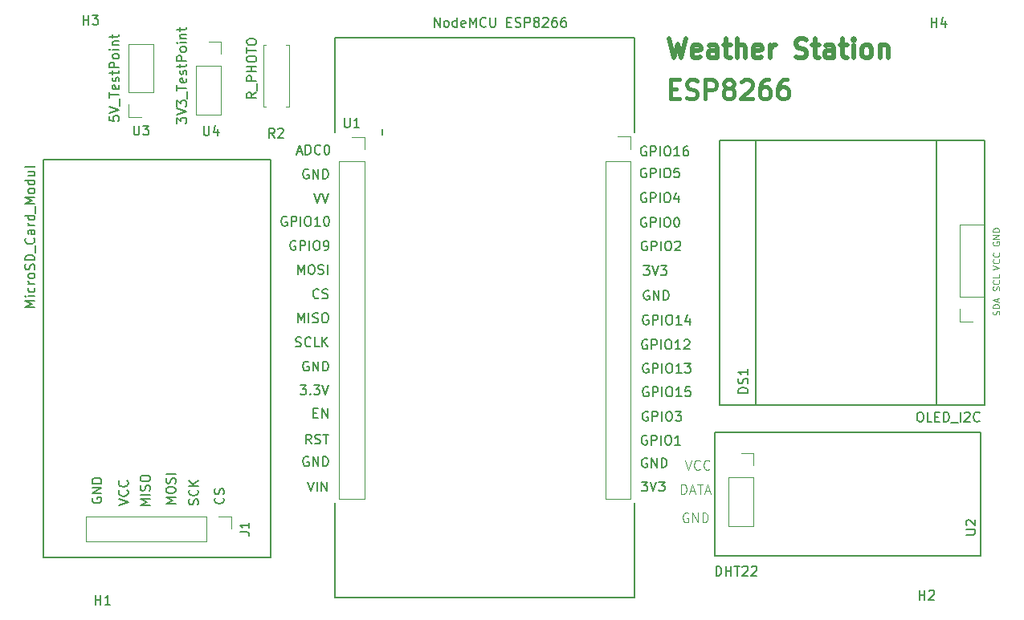
<source format=gbr>
G04 #@! TF.GenerationSoftware,KiCad,Pcbnew,(5.1.2)-2*
G04 #@! TF.CreationDate,2019-07-02T12:48:51+07:00*
G04 #@! TF.ProjectId,weather,77656174-6865-4722-9e6b-696361645f70,rev?*
G04 #@! TF.SameCoordinates,Original*
G04 #@! TF.FileFunction,Legend,Top*
G04 #@! TF.FilePolarity,Positive*
%FSLAX46Y46*%
G04 Gerber Fmt 4.6, Leading zero omitted, Abs format (unit mm)*
G04 Created by KiCad (PCBNEW (5.1.2)-2) date 2019-07-02 12:48:51*
%MOMM*%
%LPD*%
G04 APERTURE LIST*
%ADD10C,0.400000*%
%ADD11C,0.500000*%
%ADD12C,0.150000*%
%ADD13C,0.120000*%
%ADD14C,0.100000*%
G04 APERTURE END LIST*
D10*
X133509523Y-66659142D02*
X134176190Y-66659142D01*
X134461904Y-67706761D02*
X133509523Y-67706761D01*
X133509523Y-65706761D01*
X134461904Y-65706761D01*
X135223809Y-67611523D02*
X135509523Y-67706761D01*
X135985714Y-67706761D01*
X136176190Y-67611523D01*
X136271428Y-67516285D01*
X136366666Y-67325809D01*
X136366666Y-67135333D01*
X136271428Y-66944857D01*
X136176190Y-66849619D01*
X135985714Y-66754380D01*
X135604761Y-66659142D01*
X135414285Y-66563904D01*
X135319047Y-66468666D01*
X135223809Y-66278190D01*
X135223809Y-66087714D01*
X135319047Y-65897238D01*
X135414285Y-65802000D01*
X135604761Y-65706761D01*
X136080952Y-65706761D01*
X136366666Y-65802000D01*
X137223809Y-67706761D02*
X137223809Y-65706761D01*
X137985714Y-65706761D01*
X138176190Y-65802000D01*
X138271428Y-65897238D01*
X138366666Y-66087714D01*
X138366666Y-66373428D01*
X138271428Y-66563904D01*
X138176190Y-66659142D01*
X137985714Y-66754380D01*
X137223809Y-66754380D01*
X139509523Y-66563904D02*
X139319047Y-66468666D01*
X139223809Y-66373428D01*
X139128571Y-66182952D01*
X139128571Y-66087714D01*
X139223809Y-65897238D01*
X139319047Y-65802000D01*
X139509523Y-65706761D01*
X139890476Y-65706761D01*
X140080952Y-65802000D01*
X140176190Y-65897238D01*
X140271428Y-66087714D01*
X140271428Y-66182952D01*
X140176190Y-66373428D01*
X140080952Y-66468666D01*
X139890476Y-66563904D01*
X139509523Y-66563904D01*
X139319047Y-66659142D01*
X139223809Y-66754380D01*
X139128571Y-66944857D01*
X139128571Y-67325809D01*
X139223809Y-67516285D01*
X139319047Y-67611523D01*
X139509523Y-67706761D01*
X139890476Y-67706761D01*
X140080952Y-67611523D01*
X140176190Y-67516285D01*
X140271428Y-67325809D01*
X140271428Y-66944857D01*
X140176190Y-66754380D01*
X140080952Y-66659142D01*
X139890476Y-66563904D01*
X141033333Y-65897238D02*
X141128571Y-65802000D01*
X141319047Y-65706761D01*
X141795238Y-65706761D01*
X141985714Y-65802000D01*
X142080952Y-65897238D01*
X142176190Y-66087714D01*
X142176190Y-66278190D01*
X142080952Y-66563904D01*
X140938095Y-67706761D01*
X142176190Y-67706761D01*
X143890476Y-65706761D02*
X143509523Y-65706761D01*
X143319047Y-65802000D01*
X143223809Y-65897238D01*
X143033333Y-66182952D01*
X142938095Y-66563904D01*
X142938095Y-67325809D01*
X143033333Y-67516285D01*
X143128571Y-67611523D01*
X143319047Y-67706761D01*
X143700000Y-67706761D01*
X143890476Y-67611523D01*
X143985714Y-67516285D01*
X144080952Y-67325809D01*
X144080952Y-66849619D01*
X143985714Y-66659142D01*
X143890476Y-66563904D01*
X143700000Y-66468666D01*
X143319047Y-66468666D01*
X143128571Y-66563904D01*
X143033333Y-66659142D01*
X142938095Y-66849619D01*
X145795238Y-65706761D02*
X145414285Y-65706761D01*
X145223809Y-65802000D01*
X145128571Y-65897238D01*
X144938095Y-66182952D01*
X144842857Y-66563904D01*
X144842857Y-67325809D01*
X144938095Y-67516285D01*
X145033333Y-67611523D01*
X145223809Y-67706761D01*
X145604761Y-67706761D01*
X145795238Y-67611523D01*
X145890476Y-67516285D01*
X145985714Y-67325809D01*
X145985714Y-66849619D01*
X145890476Y-66659142D01*
X145795238Y-66563904D01*
X145604761Y-66468666D01*
X145223809Y-66468666D01*
X145033333Y-66563904D01*
X144938095Y-66659142D01*
X144842857Y-66849619D01*
D11*
X133414952Y-61388761D02*
X133891142Y-63388761D01*
X134272095Y-61960190D01*
X134653047Y-63388761D01*
X135129238Y-61388761D01*
X136653047Y-63293523D02*
X136462571Y-63388761D01*
X136081619Y-63388761D01*
X135891142Y-63293523D01*
X135795904Y-63103047D01*
X135795904Y-62341142D01*
X135891142Y-62150666D01*
X136081619Y-62055428D01*
X136462571Y-62055428D01*
X136653047Y-62150666D01*
X136748285Y-62341142D01*
X136748285Y-62531619D01*
X135795904Y-62722095D01*
X138462571Y-63388761D02*
X138462571Y-62341142D01*
X138367333Y-62150666D01*
X138176857Y-62055428D01*
X137795904Y-62055428D01*
X137605428Y-62150666D01*
X138462571Y-63293523D02*
X138272095Y-63388761D01*
X137795904Y-63388761D01*
X137605428Y-63293523D01*
X137510190Y-63103047D01*
X137510190Y-62912571D01*
X137605428Y-62722095D01*
X137795904Y-62626857D01*
X138272095Y-62626857D01*
X138462571Y-62531619D01*
X139129238Y-62055428D02*
X139891142Y-62055428D01*
X139414952Y-61388761D02*
X139414952Y-63103047D01*
X139510190Y-63293523D01*
X139700666Y-63388761D01*
X139891142Y-63388761D01*
X140557809Y-63388761D02*
X140557809Y-61388761D01*
X141414952Y-63388761D02*
X141414952Y-62341142D01*
X141319714Y-62150666D01*
X141129238Y-62055428D01*
X140843523Y-62055428D01*
X140653047Y-62150666D01*
X140557809Y-62245904D01*
X143129238Y-63293523D02*
X142938761Y-63388761D01*
X142557809Y-63388761D01*
X142367333Y-63293523D01*
X142272095Y-63103047D01*
X142272095Y-62341142D01*
X142367333Y-62150666D01*
X142557809Y-62055428D01*
X142938761Y-62055428D01*
X143129238Y-62150666D01*
X143224476Y-62341142D01*
X143224476Y-62531619D01*
X142272095Y-62722095D01*
X144081619Y-63388761D02*
X144081619Y-62055428D01*
X144081619Y-62436380D02*
X144176857Y-62245904D01*
X144272095Y-62150666D01*
X144462571Y-62055428D01*
X144653047Y-62055428D01*
X146748285Y-63293523D02*
X147034000Y-63388761D01*
X147510190Y-63388761D01*
X147700666Y-63293523D01*
X147795904Y-63198285D01*
X147891142Y-63007809D01*
X147891142Y-62817333D01*
X147795904Y-62626857D01*
X147700666Y-62531619D01*
X147510190Y-62436380D01*
X147129238Y-62341142D01*
X146938761Y-62245904D01*
X146843523Y-62150666D01*
X146748285Y-61960190D01*
X146748285Y-61769714D01*
X146843523Y-61579238D01*
X146938761Y-61484000D01*
X147129238Y-61388761D01*
X147605428Y-61388761D01*
X147891142Y-61484000D01*
X148462571Y-62055428D02*
X149224476Y-62055428D01*
X148748285Y-61388761D02*
X148748285Y-63103047D01*
X148843523Y-63293523D01*
X149034000Y-63388761D01*
X149224476Y-63388761D01*
X150748285Y-63388761D02*
X150748285Y-62341142D01*
X150653047Y-62150666D01*
X150462571Y-62055428D01*
X150081619Y-62055428D01*
X149891142Y-62150666D01*
X150748285Y-63293523D02*
X150557809Y-63388761D01*
X150081619Y-63388761D01*
X149891142Y-63293523D01*
X149795904Y-63103047D01*
X149795904Y-62912571D01*
X149891142Y-62722095D01*
X150081619Y-62626857D01*
X150557809Y-62626857D01*
X150748285Y-62531619D01*
X151414952Y-62055428D02*
X152176857Y-62055428D01*
X151700666Y-61388761D02*
X151700666Y-63103047D01*
X151795904Y-63293523D01*
X151986380Y-63388761D01*
X152176857Y-63388761D01*
X152843523Y-63388761D02*
X152843523Y-62055428D01*
X152843523Y-61388761D02*
X152748285Y-61484000D01*
X152843523Y-61579238D01*
X152938761Y-61484000D01*
X152843523Y-61388761D01*
X152843523Y-61579238D01*
X154081619Y-63388761D02*
X153891142Y-63293523D01*
X153795904Y-63198285D01*
X153700666Y-63007809D01*
X153700666Y-62436380D01*
X153795904Y-62245904D01*
X153891142Y-62150666D01*
X154081619Y-62055428D01*
X154367333Y-62055428D01*
X154557809Y-62150666D01*
X154653047Y-62245904D01*
X154748285Y-62436380D01*
X154748285Y-63007809D01*
X154653047Y-63198285D01*
X154557809Y-63293523D01*
X154367333Y-63388761D01*
X154081619Y-63388761D01*
X155605428Y-62055428D02*
X155605428Y-63388761D01*
X155605428Y-62245904D02*
X155700666Y-62150666D01*
X155891142Y-62055428D01*
X156176857Y-62055428D01*
X156367333Y-62150666D01*
X156462571Y-62341142D01*
X156462571Y-63388761D01*
D12*
X142494000Y-72136000D02*
X142494000Y-100076000D01*
X161544000Y-72136000D02*
X161544000Y-100076000D01*
X166624000Y-72136000D02*
X138684000Y-72136000D01*
X138684000Y-100076000D02*
X138684000Y-72136000D01*
X166624000Y-100076000D02*
X138684000Y-100076000D01*
X166624000Y-72136000D02*
X166624000Y-100076000D01*
D13*
X165354000Y-91246000D02*
X164024000Y-91246000D01*
X164024000Y-91246000D02*
X164024000Y-89916000D01*
X164024000Y-88646000D02*
X164024000Y-80966000D01*
X166684000Y-80966000D02*
X164024000Y-80966000D01*
X166684000Y-88646000D02*
X166684000Y-80966000D01*
X166684000Y-88646000D02*
X164024000Y-88646000D01*
D12*
X67402000Y-74127048D02*
X67402000Y-116127048D01*
X91402000Y-74127048D02*
X67402000Y-74127048D01*
X91402000Y-116127048D02*
X91402000Y-74127048D01*
X67402000Y-116127048D02*
X91402000Y-116127048D01*
D13*
X87232000Y-113127048D02*
X87232000Y-111797048D01*
X87232000Y-111797048D02*
X85902000Y-111797048D01*
X84632000Y-111797048D02*
X71872000Y-111797048D01*
X71872000Y-114457048D02*
X71872000Y-111797048D01*
X84632000Y-114457048D02*
X71872000Y-114457048D01*
X84632000Y-114457048D02*
X84632000Y-111797048D01*
X93318000Y-62008000D02*
X92988000Y-62008000D01*
X93318000Y-68548000D02*
X93318000Y-62008000D01*
X92988000Y-68548000D02*
X93318000Y-68548000D01*
X90578000Y-62008000D02*
X90908000Y-62008000D01*
X90578000Y-68548000D02*
X90578000Y-62008000D01*
X90908000Y-68548000D02*
X90578000Y-68548000D01*
D12*
X129719001Y-120389001D02*
X98119001Y-120389001D01*
X129719001Y-110389001D02*
X129719001Y-120389001D01*
X98119001Y-110389001D02*
X98119001Y-120389001D01*
X129719001Y-61289001D02*
X129719001Y-71289001D01*
X98119001Y-61289001D02*
X129719001Y-61289001D01*
X98119001Y-71289001D02*
X98119001Y-61289001D01*
X103169001Y-71509001D02*
X103179001Y-70909001D01*
D13*
X129309001Y-74309001D02*
X129309001Y-109929001D01*
X126649001Y-74309001D02*
X129309001Y-74309001D01*
X126649001Y-74309001D02*
X126649001Y-109929001D01*
X126649001Y-109929001D02*
X129309001Y-109929001D01*
X127979001Y-71709001D02*
X129309001Y-71709001D01*
X129309001Y-71709001D02*
X129309001Y-73039001D01*
X99919001Y-71729001D02*
X101249001Y-71729001D01*
X101249001Y-71729001D02*
X101249001Y-73059001D01*
X101249001Y-74329001D02*
X101249001Y-109949001D01*
X98589001Y-109949001D02*
X101249001Y-109949001D01*
X98589001Y-74329001D02*
X98589001Y-109949001D01*
X98589001Y-74329001D02*
X101249001Y-74329001D01*
D12*
X166210000Y-102966000D02*
X138210000Y-102966000D01*
X166210000Y-115966000D02*
X166210000Y-102966000D01*
X138210000Y-115966000D02*
X166210000Y-115966000D01*
X138210000Y-115966000D02*
X138210000Y-102966000D01*
D13*
X140970000Y-105096000D02*
X142300000Y-105096000D01*
X142300000Y-105096000D02*
X142300000Y-106426000D01*
X142300000Y-107696000D02*
X142300000Y-112836000D01*
X139640000Y-112836000D02*
X142300000Y-112836000D01*
X139640000Y-107696000D02*
X139640000Y-112836000D01*
X139640000Y-107696000D02*
X142300000Y-107696000D01*
X77724000Y-69656000D02*
X76394000Y-69656000D01*
X76394000Y-69656000D02*
X76394000Y-68326000D01*
X76394000Y-67056000D02*
X76394000Y-61916000D01*
X79054000Y-61916000D02*
X76394000Y-61916000D01*
X79054000Y-67056000D02*
X79054000Y-61916000D01*
X79054000Y-67056000D02*
X76394000Y-67056000D01*
X83506000Y-64262000D02*
X86166000Y-64262000D01*
X83506000Y-64262000D02*
X83506000Y-69402000D01*
X83506000Y-69402000D02*
X86166000Y-69402000D01*
X86166000Y-64262000D02*
X86166000Y-69402000D01*
X86166000Y-61662000D02*
X86166000Y-62992000D01*
X84836000Y-61662000D02*
X86166000Y-61662000D01*
D12*
X72898095Y-121102380D02*
X72898095Y-120102380D01*
X72898095Y-120578571D02*
X73469523Y-120578571D01*
X73469523Y-121102380D02*
X73469523Y-120102380D01*
X74469523Y-121102380D02*
X73898095Y-121102380D01*
X74183809Y-121102380D02*
X74183809Y-120102380D01*
X74088571Y-120245238D01*
X73993333Y-120340476D01*
X73898095Y-120388095D01*
X159766095Y-120594380D02*
X159766095Y-119594380D01*
X159766095Y-120070571D02*
X160337523Y-120070571D01*
X160337523Y-120594380D02*
X160337523Y-119594380D01*
X160766095Y-119689619D02*
X160813714Y-119642000D01*
X160908952Y-119594380D01*
X161147047Y-119594380D01*
X161242285Y-119642000D01*
X161289904Y-119689619D01*
X161337523Y-119784857D01*
X161337523Y-119880095D01*
X161289904Y-120022952D01*
X160718476Y-120594380D01*
X161337523Y-120594380D01*
X71628095Y-59888380D02*
X71628095Y-58888380D01*
X71628095Y-59364571D02*
X72199523Y-59364571D01*
X72199523Y-59888380D02*
X72199523Y-58888380D01*
X72580476Y-58888380D02*
X73199523Y-58888380D01*
X72866190Y-59269333D01*
X73009047Y-59269333D01*
X73104285Y-59316952D01*
X73151904Y-59364571D01*
X73199523Y-59459809D01*
X73199523Y-59697904D01*
X73151904Y-59793142D01*
X73104285Y-59840761D01*
X73009047Y-59888380D01*
X72723333Y-59888380D01*
X72628095Y-59840761D01*
X72580476Y-59793142D01*
X161036095Y-60142380D02*
X161036095Y-59142380D01*
X161036095Y-59618571D02*
X161607523Y-59618571D01*
X161607523Y-60142380D02*
X161607523Y-59142380D01*
X162512285Y-59475714D02*
X162512285Y-60142380D01*
X162274190Y-59094761D02*
X162036095Y-59809047D01*
X162655142Y-59809047D01*
X141676380Y-98750285D02*
X140676380Y-98750285D01*
X140676380Y-98512190D01*
X140724000Y-98369333D01*
X140819238Y-98274095D01*
X140914476Y-98226476D01*
X141104952Y-98178857D01*
X141247809Y-98178857D01*
X141438285Y-98226476D01*
X141533523Y-98274095D01*
X141628761Y-98369333D01*
X141676380Y-98512190D01*
X141676380Y-98750285D01*
X141628761Y-97797904D02*
X141676380Y-97655047D01*
X141676380Y-97416952D01*
X141628761Y-97321714D01*
X141581142Y-97274095D01*
X141485904Y-97226476D01*
X141390666Y-97226476D01*
X141295428Y-97274095D01*
X141247809Y-97321714D01*
X141200190Y-97416952D01*
X141152571Y-97607428D01*
X141104952Y-97702666D01*
X141057333Y-97750285D01*
X140962095Y-97797904D01*
X140866857Y-97797904D01*
X140771619Y-97750285D01*
X140724000Y-97702666D01*
X140676380Y-97607428D01*
X140676380Y-97369333D01*
X140724000Y-97226476D01*
X141676380Y-96274095D02*
X141676380Y-96845523D01*
X141676380Y-96559809D02*
X140676380Y-96559809D01*
X140819238Y-96655047D01*
X140914476Y-96750285D01*
X140962095Y-96845523D01*
D14*
X168177333Y-90512000D02*
X168210666Y-90412000D01*
X168210666Y-90245333D01*
X168177333Y-90178666D01*
X168144000Y-90145333D01*
X168077333Y-90112000D01*
X168010666Y-90112000D01*
X167944000Y-90145333D01*
X167910666Y-90178666D01*
X167877333Y-90245333D01*
X167844000Y-90378666D01*
X167810666Y-90445333D01*
X167777333Y-90478666D01*
X167710666Y-90512000D01*
X167644000Y-90512000D01*
X167577333Y-90478666D01*
X167544000Y-90445333D01*
X167510666Y-90378666D01*
X167510666Y-90212000D01*
X167544000Y-90112000D01*
X168210666Y-89812000D02*
X167510666Y-89812000D01*
X167510666Y-89645333D01*
X167544000Y-89545333D01*
X167610666Y-89478666D01*
X167677333Y-89445333D01*
X167810666Y-89412000D01*
X167910666Y-89412000D01*
X168044000Y-89445333D01*
X168110666Y-89478666D01*
X168177333Y-89545333D01*
X168210666Y-89645333D01*
X168210666Y-89812000D01*
X168010666Y-89145333D02*
X168010666Y-88812000D01*
X168210666Y-89212000D02*
X167510666Y-88978666D01*
X168210666Y-88745333D01*
X168177333Y-87955333D02*
X168210666Y-87855333D01*
X168210666Y-87688666D01*
X168177333Y-87622000D01*
X168144000Y-87588666D01*
X168077333Y-87555333D01*
X168010666Y-87555333D01*
X167944000Y-87588666D01*
X167910666Y-87622000D01*
X167877333Y-87688666D01*
X167844000Y-87822000D01*
X167810666Y-87888666D01*
X167777333Y-87922000D01*
X167710666Y-87955333D01*
X167644000Y-87955333D01*
X167577333Y-87922000D01*
X167544000Y-87888666D01*
X167510666Y-87822000D01*
X167510666Y-87655333D01*
X167544000Y-87555333D01*
X168144000Y-86855333D02*
X168177333Y-86888666D01*
X168210666Y-86988666D01*
X168210666Y-87055333D01*
X168177333Y-87155333D01*
X168110666Y-87222000D01*
X168044000Y-87255333D01*
X167910666Y-87288666D01*
X167810666Y-87288666D01*
X167677333Y-87255333D01*
X167610666Y-87222000D01*
X167544000Y-87155333D01*
X167510666Y-87055333D01*
X167510666Y-86988666D01*
X167544000Y-86888666D01*
X167577333Y-86855333D01*
X168210666Y-86222000D02*
X168210666Y-86555333D01*
X167510666Y-86555333D01*
X167510666Y-85769333D02*
X168210666Y-85536000D01*
X167510666Y-85302666D01*
X168144000Y-84669333D02*
X168177333Y-84702666D01*
X168210666Y-84802666D01*
X168210666Y-84869333D01*
X168177333Y-84969333D01*
X168110666Y-85036000D01*
X168044000Y-85069333D01*
X167910666Y-85102666D01*
X167810666Y-85102666D01*
X167677333Y-85069333D01*
X167610666Y-85036000D01*
X167544000Y-84969333D01*
X167510666Y-84869333D01*
X167510666Y-84802666D01*
X167544000Y-84702666D01*
X167577333Y-84669333D01*
X168144000Y-83969333D02*
X168177333Y-84002666D01*
X168210666Y-84102666D01*
X168210666Y-84169333D01*
X168177333Y-84269333D01*
X168110666Y-84336000D01*
X168044000Y-84369333D01*
X167910666Y-84402666D01*
X167810666Y-84402666D01*
X167677333Y-84369333D01*
X167610666Y-84336000D01*
X167544000Y-84269333D01*
X167510666Y-84169333D01*
X167510666Y-84102666D01*
X167544000Y-84002666D01*
X167577333Y-83969333D01*
X167544000Y-82829333D02*
X167510666Y-82896000D01*
X167510666Y-82996000D01*
X167544000Y-83096000D01*
X167610666Y-83162666D01*
X167677333Y-83196000D01*
X167810666Y-83229333D01*
X167910666Y-83229333D01*
X168044000Y-83196000D01*
X168110666Y-83162666D01*
X168177333Y-83096000D01*
X168210666Y-82996000D01*
X168210666Y-82929333D01*
X168177333Y-82829333D01*
X168144000Y-82796000D01*
X167910666Y-82796000D01*
X167910666Y-82929333D01*
X168210666Y-82496000D02*
X167510666Y-82496000D01*
X168210666Y-82096000D01*
X167510666Y-82096000D01*
X168210666Y-81762666D02*
X167510666Y-81762666D01*
X167510666Y-81596000D01*
X167544000Y-81496000D01*
X167610666Y-81429333D01*
X167677333Y-81396000D01*
X167810666Y-81362666D01*
X167910666Y-81362666D01*
X168044000Y-81396000D01*
X168110666Y-81429333D01*
X168177333Y-81496000D01*
X168210666Y-81596000D01*
X168210666Y-81762666D01*
D12*
X159766380Y-100798380D02*
X159956857Y-100798380D01*
X160052095Y-100846000D01*
X160147333Y-100941238D01*
X160194952Y-101131714D01*
X160194952Y-101465047D01*
X160147333Y-101655523D01*
X160052095Y-101750761D01*
X159956857Y-101798380D01*
X159766380Y-101798380D01*
X159671142Y-101750761D01*
X159575904Y-101655523D01*
X159528285Y-101465047D01*
X159528285Y-101131714D01*
X159575904Y-100941238D01*
X159671142Y-100846000D01*
X159766380Y-100798380D01*
X161099714Y-101798380D02*
X160623523Y-101798380D01*
X160623523Y-100798380D01*
X161433047Y-101274571D02*
X161766380Y-101274571D01*
X161909238Y-101798380D02*
X161433047Y-101798380D01*
X161433047Y-100798380D01*
X161909238Y-100798380D01*
X162337809Y-101798380D02*
X162337809Y-100798380D01*
X162575904Y-100798380D01*
X162718761Y-100846000D01*
X162814000Y-100941238D01*
X162861619Y-101036476D01*
X162909238Y-101226952D01*
X162909238Y-101369809D01*
X162861619Y-101560285D01*
X162814000Y-101655523D01*
X162718761Y-101750761D01*
X162575904Y-101798380D01*
X162337809Y-101798380D01*
X163099714Y-101893619D02*
X163861619Y-101893619D01*
X164099714Y-101798380D02*
X164099714Y-100798380D01*
X164528285Y-100893619D02*
X164575904Y-100846000D01*
X164671142Y-100798380D01*
X164909238Y-100798380D01*
X165004476Y-100846000D01*
X165052095Y-100893619D01*
X165099714Y-100988857D01*
X165099714Y-101084095D01*
X165052095Y-101226952D01*
X164480666Y-101798380D01*
X165099714Y-101798380D01*
X166099714Y-101703142D02*
X166052095Y-101750761D01*
X165909238Y-101798380D01*
X165814000Y-101798380D01*
X165671142Y-101750761D01*
X165575904Y-101655523D01*
X165528285Y-101560285D01*
X165480666Y-101369809D01*
X165480666Y-101226952D01*
X165528285Y-101036476D01*
X165575904Y-100941238D01*
X165671142Y-100846000D01*
X165814000Y-100798380D01*
X165909238Y-100798380D01*
X166052095Y-100846000D01*
X166099714Y-100893619D01*
X88124380Y-113460381D02*
X88838666Y-113460381D01*
X88981523Y-113508000D01*
X89076761Y-113603238D01*
X89124380Y-113746095D01*
X89124380Y-113841333D01*
X89124380Y-112460381D02*
X89124380Y-113031809D01*
X89124380Y-112746095D02*
X88124380Y-112746095D01*
X88267238Y-112841333D01*
X88362476Y-112936571D01*
X88410095Y-113031809D01*
X66492380Y-89700761D02*
X65492380Y-89700761D01*
X66206666Y-89367428D01*
X65492380Y-89034095D01*
X66492380Y-89034095D01*
X66492380Y-88557904D02*
X65825714Y-88557904D01*
X65492380Y-88557904D02*
X65540000Y-88605523D01*
X65587619Y-88557904D01*
X65540000Y-88510285D01*
X65492380Y-88557904D01*
X65587619Y-88557904D01*
X66444761Y-87653142D02*
X66492380Y-87748380D01*
X66492380Y-87938857D01*
X66444761Y-88034095D01*
X66397142Y-88081714D01*
X66301904Y-88129333D01*
X66016190Y-88129333D01*
X65920952Y-88081714D01*
X65873333Y-88034095D01*
X65825714Y-87938857D01*
X65825714Y-87748380D01*
X65873333Y-87653142D01*
X66492380Y-87224571D02*
X65825714Y-87224571D01*
X66016190Y-87224571D02*
X65920952Y-87176952D01*
X65873333Y-87129333D01*
X65825714Y-87034095D01*
X65825714Y-86938857D01*
X66492380Y-86462666D02*
X66444761Y-86557904D01*
X66397142Y-86605523D01*
X66301904Y-86653142D01*
X66016190Y-86653142D01*
X65920952Y-86605523D01*
X65873333Y-86557904D01*
X65825714Y-86462666D01*
X65825714Y-86319809D01*
X65873333Y-86224571D01*
X65920952Y-86176952D01*
X66016190Y-86129333D01*
X66301904Y-86129333D01*
X66397142Y-86176952D01*
X66444761Y-86224571D01*
X66492380Y-86319809D01*
X66492380Y-86462666D01*
X66444761Y-85748380D02*
X66492380Y-85605523D01*
X66492380Y-85367428D01*
X66444761Y-85272190D01*
X66397142Y-85224571D01*
X66301904Y-85176952D01*
X66206666Y-85176952D01*
X66111428Y-85224571D01*
X66063809Y-85272190D01*
X66016190Y-85367428D01*
X65968571Y-85557904D01*
X65920952Y-85653142D01*
X65873333Y-85700761D01*
X65778095Y-85748380D01*
X65682857Y-85748380D01*
X65587619Y-85700761D01*
X65540000Y-85653142D01*
X65492380Y-85557904D01*
X65492380Y-85319809D01*
X65540000Y-85176952D01*
X66492380Y-84748380D02*
X65492380Y-84748380D01*
X65492380Y-84510285D01*
X65540000Y-84367428D01*
X65635238Y-84272190D01*
X65730476Y-84224571D01*
X65920952Y-84176952D01*
X66063809Y-84176952D01*
X66254285Y-84224571D01*
X66349523Y-84272190D01*
X66444761Y-84367428D01*
X66492380Y-84510285D01*
X66492380Y-84748380D01*
X66587619Y-83986476D02*
X66587619Y-83224571D01*
X66397142Y-82415047D02*
X66444761Y-82462666D01*
X66492380Y-82605523D01*
X66492380Y-82700761D01*
X66444761Y-82843619D01*
X66349523Y-82938857D01*
X66254285Y-82986476D01*
X66063809Y-83034095D01*
X65920952Y-83034095D01*
X65730476Y-82986476D01*
X65635238Y-82938857D01*
X65540000Y-82843619D01*
X65492380Y-82700761D01*
X65492380Y-82605523D01*
X65540000Y-82462666D01*
X65587619Y-82415047D01*
X66492380Y-81557904D02*
X65968571Y-81557904D01*
X65873333Y-81605523D01*
X65825714Y-81700761D01*
X65825714Y-81891238D01*
X65873333Y-81986476D01*
X66444761Y-81557904D02*
X66492380Y-81653142D01*
X66492380Y-81891238D01*
X66444761Y-81986476D01*
X66349523Y-82034095D01*
X66254285Y-82034095D01*
X66159047Y-81986476D01*
X66111428Y-81891238D01*
X66111428Y-81653142D01*
X66063809Y-81557904D01*
X66492380Y-81081714D02*
X65825714Y-81081714D01*
X66016190Y-81081714D02*
X65920952Y-81034095D01*
X65873333Y-80986476D01*
X65825714Y-80891238D01*
X65825714Y-80796000D01*
X66492380Y-80034095D02*
X65492380Y-80034095D01*
X66444761Y-80034095D02*
X66492380Y-80129333D01*
X66492380Y-80319809D01*
X66444761Y-80415047D01*
X66397142Y-80462666D01*
X66301904Y-80510285D01*
X66016190Y-80510285D01*
X65920952Y-80462666D01*
X65873333Y-80415047D01*
X65825714Y-80319809D01*
X65825714Y-80129333D01*
X65873333Y-80034095D01*
X66587619Y-79796000D02*
X66587619Y-79034095D01*
X66492380Y-78796000D02*
X65492380Y-78796000D01*
X66206666Y-78462666D01*
X65492380Y-78129333D01*
X66492380Y-78129333D01*
X66492380Y-77510285D02*
X66444761Y-77605523D01*
X66397142Y-77653142D01*
X66301904Y-77700761D01*
X66016190Y-77700761D01*
X65920952Y-77653142D01*
X65873333Y-77605523D01*
X65825714Y-77510285D01*
X65825714Y-77367428D01*
X65873333Y-77272190D01*
X65920952Y-77224571D01*
X66016190Y-77176952D01*
X66301904Y-77176952D01*
X66397142Y-77224571D01*
X66444761Y-77272190D01*
X66492380Y-77367428D01*
X66492380Y-77510285D01*
X66492380Y-76319809D02*
X65492380Y-76319809D01*
X66444761Y-76319809D02*
X66492380Y-76415047D01*
X66492380Y-76605523D01*
X66444761Y-76700761D01*
X66397142Y-76748380D01*
X66301904Y-76796000D01*
X66016190Y-76796000D01*
X65920952Y-76748380D01*
X65873333Y-76700761D01*
X65825714Y-76605523D01*
X65825714Y-76415047D01*
X65873333Y-76319809D01*
X65825714Y-75415047D02*
X66492380Y-75415047D01*
X65825714Y-75843619D02*
X66349523Y-75843619D01*
X66444761Y-75796000D01*
X66492380Y-75700761D01*
X66492380Y-75557904D01*
X66444761Y-75462666D01*
X66397142Y-75415047D01*
X66492380Y-74796000D02*
X66444761Y-74891238D01*
X66349523Y-74938857D01*
X65492380Y-74938857D01*
X72602000Y-109839904D02*
X72554380Y-109935142D01*
X72554380Y-110078000D01*
X72602000Y-110220857D01*
X72697238Y-110316095D01*
X72792476Y-110363714D01*
X72982952Y-110411333D01*
X73125809Y-110411333D01*
X73316285Y-110363714D01*
X73411523Y-110316095D01*
X73506761Y-110220857D01*
X73554380Y-110078000D01*
X73554380Y-109982761D01*
X73506761Y-109839904D01*
X73459142Y-109792285D01*
X73125809Y-109792285D01*
X73125809Y-109982761D01*
X73554380Y-109363714D02*
X72554380Y-109363714D01*
X73554380Y-108792285D01*
X72554380Y-108792285D01*
X73554380Y-108316095D02*
X72554380Y-108316095D01*
X72554380Y-108078000D01*
X72602000Y-107935142D01*
X72697238Y-107839904D01*
X72792476Y-107792285D01*
X72982952Y-107744666D01*
X73125809Y-107744666D01*
X73316285Y-107792285D01*
X73411523Y-107839904D01*
X73506761Y-107935142D01*
X73554380Y-108078000D01*
X73554380Y-108316095D01*
X75354380Y-110611333D02*
X76354380Y-110278000D01*
X75354380Y-109944666D01*
X76259142Y-109039904D02*
X76306761Y-109087523D01*
X76354380Y-109230380D01*
X76354380Y-109325619D01*
X76306761Y-109468476D01*
X76211523Y-109563714D01*
X76116285Y-109611333D01*
X75925809Y-109658952D01*
X75782952Y-109658952D01*
X75592476Y-109611333D01*
X75497238Y-109563714D01*
X75402000Y-109468476D01*
X75354380Y-109325619D01*
X75354380Y-109230380D01*
X75402000Y-109087523D01*
X75449619Y-109039904D01*
X76259142Y-108039904D02*
X76306761Y-108087523D01*
X76354380Y-108230380D01*
X76354380Y-108325619D01*
X76306761Y-108468476D01*
X76211523Y-108563714D01*
X76116285Y-108611333D01*
X75925809Y-108658952D01*
X75782952Y-108658952D01*
X75592476Y-108611333D01*
X75497238Y-108563714D01*
X75402000Y-108468476D01*
X75354380Y-108325619D01*
X75354380Y-108230380D01*
X75402000Y-108087523D01*
X75449619Y-108039904D01*
X78654380Y-110649428D02*
X77654380Y-110649428D01*
X78368666Y-110316095D01*
X77654380Y-109982761D01*
X78654380Y-109982761D01*
X78654380Y-109506571D02*
X77654380Y-109506571D01*
X78606761Y-109078000D02*
X78654380Y-108935142D01*
X78654380Y-108697047D01*
X78606761Y-108601809D01*
X78559142Y-108554190D01*
X78463904Y-108506571D01*
X78368666Y-108506571D01*
X78273428Y-108554190D01*
X78225809Y-108601809D01*
X78178190Y-108697047D01*
X78130571Y-108887523D01*
X78082952Y-108982761D01*
X78035333Y-109030380D01*
X77940095Y-109078000D01*
X77844857Y-109078000D01*
X77749619Y-109030380D01*
X77702000Y-108982761D01*
X77654380Y-108887523D01*
X77654380Y-108649428D01*
X77702000Y-108506571D01*
X77654380Y-107887523D02*
X77654380Y-107697047D01*
X77702000Y-107601809D01*
X77797238Y-107506571D01*
X77987714Y-107458952D01*
X78321047Y-107458952D01*
X78511523Y-107506571D01*
X78606761Y-107601809D01*
X78654380Y-107697047D01*
X78654380Y-107887523D01*
X78606761Y-107982761D01*
X78511523Y-108078000D01*
X78321047Y-108125619D01*
X77987714Y-108125619D01*
X77797238Y-108078000D01*
X77702000Y-107982761D01*
X77654380Y-107887523D01*
X81354380Y-110449428D02*
X80354380Y-110449428D01*
X81068666Y-110116095D01*
X80354380Y-109782761D01*
X81354380Y-109782761D01*
X80354380Y-109116095D02*
X80354380Y-108925619D01*
X80402000Y-108830380D01*
X80497238Y-108735142D01*
X80687714Y-108687523D01*
X81021047Y-108687523D01*
X81211523Y-108735142D01*
X81306761Y-108830380D01*
X81354380Y-108925619D01*
X81354380Y-109116095D01*
X81306761Y-109211333D01*
X81211523Y-109306571D01*
X81021047Y-109354190D01*
X80687714Y-109354190D01*
X80497238Y-109306571D01*
X80402000Y-109211333D01*
X80354380Y-109116095D01*
X81306761Y-108306571D02*
X81354380Y-108163714D01*
X81354380Y-107925619D01*
X81306761Y-107830380D01*
X81259142Y-107782761D01*
X81163904Y-107735142D01*
X81068666Y-107735142D01*
X80973428Y-107782761D01*
X80925809Y-107830380D01*
X80878190Y-107925619D01*
X80830571Y-108116095D01*
X80782952Y-108211333D01*
X80735333Y-108258952D01*
X80640095Y-108306571D01*
X80544857Y-108306571D01*
X80449619Y-108258952D01*
X80402000Y-108211333D01*
X80354380Y-108116095D01*
X80354380Y-107878000D01*
X80402000Y-107735142D01*
X81354380Y-107306571D02*
X80354380Y-107306571D01*
X83706761Y-110563714D02*
X83754380Y-110420857D01*
X83754380Y-110182761D01*
X83706761Y-110087523D01*
X83659142Y-110039904D01*
X83563904Y-109992285D01*
X83468666Y-109992285D01*
X83373428Y-110039904D01*
X83325809Y-110087523D01*
X83278190Y-110182761D01*
X83230571Y-110373238D01*
X83182952Y-110468476D01*
X83135333Y-110516095D01*
X83040095Y-110563714D01*
X82944857Y-110563714D01*
X82849619Y-110516095D01*
X82802000Y-110468476D01*
X82754380Y-110373238D01*
X82754380Y-110135142D01*
X82802000Y-109992285D01*
X83659142Y-108992285D02*
X83706761Y-109039904D01*
X83754380Y-109182761D01*
X83754380Y-109278000D01*
X83706761Y-109420857D01*
X83611523Y-109516095D01*
X83516285Y-109563714D01*
X83325809Y-109611333D01*
X83182952Y-109611333D01*
X82992476Y-109563714D01*
X82897238Y-109516095D01*
X82802000Y-109420857D01*
X82754380Y-109278000D01*
X82754380Y-109182761D01*
X82802000Y-109039904D01*
X82849619Y-108992285D01*
X83754380Y-108563714D02*
X82754380Y-108563714D01*
X83754380Y-107992285D02*
X83182952Y-108420857D01*
X82754380Y-107992285D02*
X83325809Y-108563714D01*
X86359142Y-109844666D02*
X86406761Y-109892285D01*
X86454380Y-110035142D01*
X86454380Y-110130380D01*
X86406761Y-110273238D01*
X86311523Y-110368476D01*
X86216285Y-110416095D01*
X86025809Y-110463714D01*
X85882952Y-110463714D01*
X85692476Y-110416095D01*
X85597238Y-110368476D01*
X85502000Y-110273238D01*
X85454380Y-110130380D01*
X85454380Y-110035142D01*
X85502000Y-109892285D01*
X85549619Y-109844666D01*
X86406761Y-109463714D02*
X86454380Y-109320857D01*
X86454380Y-109082761D01*
X86406761Y-108987523D01*
X86359142Y-108939904D01*
X86263904Y-108892285D01*
X86168666Y-108892285D01*
X86073428Y-108939904D01*
X86025809Y-108987523D01*
X85978190Y-109082761D01*
X85930571Y-109273238D01*
X85882952Y-109368476D01*
X85835333Y-109416095D01*
X85740095Y-109463714D01*
X85644857Y-109463714D01*
X85549619Y-109416095D01*
X85502000Y-109368476D01*
X85454380Y-109273238D01*
X85454380Y-109035142D01*
X85502000Y-108892285D01*
X91781333Y-71826380D02*
X91448000Y-71350190D01*
X91209904Y-71826380D02*
X91209904Y-70826380D01*
X91590857Y-70826380D01*
X91686095Y-70874000D01*
X91733714Y-70921619D01*
X91781333Y-71016857D01*
X91781333Y-71159714D01*
X91733714Y-71254952D01*
X91686095Y-71302571D01*
X91590857Y-71350190D01*
X91209904Y-71350190D01*
X92162285Y-70921619D02*
X92209904Y-70874000D01*
X92305142Y-70826380D01*
X92543238Y-70826380D01*
X92638476Y-70874000D01*
X92686095Y-70921619D01*
X92733714Y-71016857D01*
X92733714Y-71112095D01*
X92686095Y-71254952D01*
X92114666Y-71826380D01*
X92733714Y-71826380D01*
X89860380Y-67039809D02*
X89384190Y-67373142D01*
X89860380Y-67611238D02*
X88860380Y-67611238D01*
X88860380Y-67230285D01*
X88908000Y-67135047D01*
X88955619Y-67087428D01*
X89050857Y-67039809D01*
X89193714Y-67039809D01*
X89288952Y-67087428D01*
X89336571Y-67135047D01*
X89384190Y-67230285D01*
X89384190Y-67611238D01*
X89955619Y-66849333D02*
X89955619Y-66087428D01*
X89860380Y-65849333D02*
X88860380Y-65849333D01*
X88860380Y-65468380D01*
X88908000Y-65373142D01*
X88955619Y-65325523D01*
X89050857Y-65277904D01*
X89193714Y-65277904D01*
X89288952Y-65325523D01*
X89336571Y-65373142D01*
X89384190Y-65468380D01*
X89384190Y-65849333D01*
X89860380Y-64849333D02*
X88860380Y-64849333D01*
X89336571Y-64849333D02*
X89336571Y-64277904D01*
X89860380Y-64277904D02*
X88860380Y-64277904D01*
X88860380Y-63611238D02*
X88860380Y-63420761D01*
X88908000Y-63325523D01*
X89003238Y-63230285D01*
X89193714Y-63182666D01*
X89527047Y-63182666D01*
X89717523Y-63230285D01*
X89812761Y-63325523D01*
X89860380Y-63420761D01*
X89860380Y-63611238D01*
X89812761Y-63706476D01*
X89717523Y-63801714D01*
X89527047Y-63849333D01*
X89193714Y-63849333D01*
X89003238Y-63801714D01*
X88908000Y-63706476D01*
X88860380Y-63611238D01*
X88860380Y-62896952D02*
X88860380Y-62325523D01*
X89860380Y-62611238D02*
X88860380Y-62611238D01*
X88860380Y-61801714D02*
X88860380Y-61611238D01*
X88908000Y-61516000D01*
X89003238Y-61420761D01*
X89193714Y-61373142D01*
X89527047Y-61373142D01*
X89717523Y-61420761D01*
X89812761Y-61516000D01*
X89860380Y-61611238D01*
X89860380Y-61801714D01*
X89812761Y-61896952D01*
X89717523Y-61992190D01*
X89527047Y-62039809D01*
X89193714Y-62039809D01*
X89003238Y-61992190D01*
X88908000Y-61896952D01*
X88860380Y-61801714D01*
X99157096Y-69741381D02*
X99157096Y-70550905D01*
X99204715Y-70646143D01*
X99252334Y-70693762D01*
X99347572Y-70741381D01*
X99538048Y-70741381D01*
X99633286Y-70693762D01*
X99680905Y-70646143D01*
X99728524Y-70550905D01*
X99728524Y-69741381D01*
X100728524Y-70741381D02*
X100157096Y-70741381D01*
X100442810Y-70741381D02*
X100442810Y-69741381D01*
X100347572Y-69884239D01*
X100252334Y-69979477D01*
X100157096Y-70027096D01*
X108641428Y-60142380D02*
X108641428Y-59142380D01*
X109212857Y-60142380D01*
X109212857Y-59142380D01*
X109831904Y-60142380D02*
X109736666Y-60094761D01*
X109689047Y-60047142D01*
X109641428Y-59951904D01*
X109641428Y-59666190D01*
X109689047Y-59570952D01*
X109736666Y-59523333D01*
X109831904Y-59475714D01*
X109974761Y-59475714D01*
X110070000Y-59523333D01*
X110117619Y-59570952D01*
X110165238Y-59666190D01*
X110165238Y-59951904D01*
X110117619Y-60047142D01*
X110070000Y-60094761D01*
X109974761Y-60142380D01*
X109831904Y-60142380D01*
X111022380Y-60142380D02*
X111022380Y-59142380D01*
X111022380Y-60094761D02*
X110927142Y-60142380D01*
X110736666Y-60142380D01*
X110641428Y-60094761D01*
X110593809Y-60047142D01*
X110546190Y-59951904D01*
X110546190Y-59666190D01*
X110593809Y-59570952D01*
X110641428Y-59523333D01*
X110736666Y-59475714D01*
X110927142Y-59475714D01*
X111022380Y-59523333D01*
X111879523Y-60094761D02*
X111784285Y-60142380D01*
X111593809Y-60142380D01*
X111498571Y-60094761D01*
X111450952Y-59999523D01*
X111450952Y-59618571D01*
X111498571Y-59523333D01*
X111593809Y-59475714D01*
X111784285Y-59475714D01*
X111879523Y-59523333D01*
X111927142Y-59618571D01*
X111927142Y-59713809D01*
X111450952Y-59809047D01*
X112355714Y-60142380D02*
X112355714Y-59142380D01*
X112689047Y-59856666D01*
X113022380Y-59142380D01*
X113022380Y-60142380D01*
X114070000Y-60047142D02*
X114022380Y-60094761D01*
X113879523Y-60142380D01*
X113784285Y-60142380D01*
X113641428Y-60094761D01*
X113546190Y-59999523D01*
X113498571Y-59904285D01*
X113450952Y-59713809D01*
X113450952Y-59570952D01*
X113498571Y-59380476D01*
X113546190Y-59285238D01*
X113641428Y-59190000D01*
X113784285Y-59142380D01*
X113879523Y-59142380D01*
X114022380Y-59190000D01*
X114070000Y-59237619D01*
X114498571Y-59142380D02*
X114498571Y-59951904D01*
X114546190Y-60047142D01*
X114593809Y-60094761D01*
X114689047Y-60142380D01*
X114879523Y-60142380D01*
X114974761Y-60094761D01*
X115022380Y-60047142D01*
X115070000Y-59951904D01*
X115070000Y-59142380D01*
X116308095Y-59618571D02*
X116641428Y-59618571D01*
X116784285Y-60142380D02*
X116308095Y-60142380D01*
X116308095Y-59142380D01*
X116784285Y-59142380D01*
X117165238Y-60094761D02*
X117308095Y-60142380D01*
X117546190Y-60142380D01*
X117641428Y-60094761D01*
X117689047Y-60047142D01*
X117736666Y-59951904D01*
X117736666Y-59856666D01*
X117689047Y-59761428D01*
X117641428Y-59713809D01*
X117546190Y-59666190D01*
X117355714Y-59618571D01*
X117260476Y-59570952D01*
X117212857Y-59523333D01*
X117165238Y-59428095D01*
X117165238Y-59332857D01*
X117212857Y-59237619D01*
X117260476Y-59190000D01*
X117355714Y-59142380D01*
X117593809Y-59142380D01*
X117736666Y-59190000D01*
X118165238Y-60142380D02*
X118165238Y-59142380D01*
X118546190Y-59142380D01*
X118641428Y-59190000D01*
X118689047Y-59237619D01*
X118736666Y-59332857D01*
X118736666Y-59475714D01*
X118689047Y-59570952D01*
X118641428Y-59618571D01*
X118546190Y-59666190D01*
X118165238Y-59666190D01*
X119308095Y-59570952D02*
X119212857Y-59523333D01*
X119165238Y-59475714D01*
X119117619Y-59380476D01*
X119117619Y-59332857D01*
X119165238Y-59237619D01*
X119212857Y-59190000D01*
X119308095Y-59142380D01*
X119498571Y-59142380D01*
X119593809Y-59190000D01*
X119641428Y-59237619D01*
X119689047Y-59332857D01*
X119689047Y-59380476D01*
X119641428Y-59475714D01*
X119593809Y-59523333D01*
X119498571Y-59570952D01*
X119308095Y-59570952D01*
X119212857Y-59618571D01*
X119165238Y-59666190D01*
X119117619Y-59761428D01*
X119117619Y-59951904D01*
X119165238Y-60047142D01*
X119212857Y-60094761D01*
X119308095Y-60142380D01*
X119498571Y-60142380D01*
X119593809Y-60094761D01*
X119641428Y-60047142D01*
X119689047Y-59951904D01*
X119689047Y-59761428D01*
X119641428Y-59666190D01*
X119593809Y-59618571D01*
X119498571Y-59570952D01*
X120070000Y-59237619D02*
X120117619Y-59190000D01*
X120212857Y-59142380D01*
X120450952Y-59142380D01*
X120546190Y-59190000D01*
X120593809Y-59237619D01*
X120641428Y-59332857D01*
X120641428Y-59428095D01*
X120593809Y-59570952D01*
X120022380Y-60142380D01*
X120641428Y-60142380D01*
X121498571Y-59142380D02*
X121308095Y-59142380D01*
X121212857Y-59190000D01*
X121165238Y-59237619D01*
X121070000Y-59380476D01*
X121022380Y-59570952D01*
X121022380Y-59951904D01*
X121070000Y-60047142D01*
X121117619Y-60094761D01*
X121212857Y-60142380D01*
X121403333Y-60142380D01*
X121498571Y-60094761D01*
X121546190Y-60047142D01*
X121593809Y-59951904D01*
X121593809Y-59713809D01*
X121546190Y-59618571D01*
X121498571Y-59570952D01*
X121403333Y-59523333D01*
X121212857Y-59523333D01*
X121117619Y-59570952D01*
X121070000Y-59618571D01*
X121022380Y-59713809D01*
X122450952Y-59142380D02*
X122260476Y-59142380D01*
X122165238Y-59190000D01*
X122117619Y-59237619D01*
X122022380Y-59380476D01*
X121974761Y-59570952D01*
X121974761Y-59951904D01*
X122022380Y-60047142D01*
X122069999Y-60094761D01*
X122165238Y-60142380D01*
X122355714Y-60142380D01*
X122450952Y-60094761D01*
X122498571Y-60047142D01*
X122546190Y-59951904D01*
X122546190Y-59713809D01*
X122498571Y-59618571D01*
X122450952Y-59570952D01*
X122355714Y-59523333D01*
X122165238Y-59523333D01*
X122069999Y-59570952D01*
X122022380Y-59618571D01*
X121974761Y-59713809D01*
X130480905Y-108141381D02*
X131099953Y-108141381D01*
X130766620Y-108522334D01*
X130909477Y-108522334D01*
X131004715Y-108569953D01*
X131052334Y-108617572D01*
X131099953Y-108712810D01*
X131099953Y-108950905D01*
X131052334Y-109046143D01*
X131004715Y-109093762D01*
X130909477Y-109141381D01*
X130623762Y-109141381D01*
X130528524Y-109093762D01*
X130480905Y-109046143D01*
X131385667Y-108141381D02*
X131719001Y-109141381D01*
X132052334Y-108141381D01*
X132290429Y-108141381D02*
X132909477Y-108141381D01*
X132576143Y-108522334D01*
X132719001Y-108522334D01*
X132814239Y-108569953D01*
X132861858Y-108617572D01*
X132909477Y-108712810D01*
X132909477Y-108950905D01*
X132861858Y-109046143D01*
X132814239Y-109093762D01*
X132719001Y-109141381D01*
X132433286Y-109141381D01*
X132338048Y-109093762D01*
X132290429Y-109046143D01*
X131057096Y-105689001D02*
X130961858Y-105641381D01*
X130819001Y-105641381D01*
X130676143Y-105689001D01*
X130580905Y-105784239D01*
X130533286Y-105879477D01*
X130485667Y-106069953D01*
X130485667Y-106212810D01*
X130533286Y-106403286D01*
X130580905Y-106498524D01*
X130676143Y-106593762D01*
X130819001Y-106641381D01*
X130914239Y-106641381D01*
X131057096Y-106593762D01*
X131104715Y-106546143D01*
X131104715Y-106212810D01*
X130914239Y-106212810D01*
X131533286Y-106641381D02*
X131533286Y-105641381D01*
X132104715Y-106641381D01*
X132104715Y-105641381D01*
X132580905Y-106641381D02*
X132580905Y-105641381D01*
X132819001Y-105641381D01*
X132961858Y-105689001D01*
X133057096Y-105784239D01*
X133104715Y-105879477D01*
X133152334Y-106069953D01*
X133152334Y-106212810D01*
X133104715Y-106403286D01*
X133057096Y-106498524D01*
X132961858Y-106593762D01*
X132819001Y-106641381D01*
X132580905Y-106641381D01*
X131042810Y-103289001D02*
X130947572Y-103241381D01*
X130804715Y-103241381D01*
X130661858Y-103289001D01*
X130566620Y-103384239D01*
X130519001Y-103479477D01*
X130471381Y-103669953D01*
X130471381Y-103812810D01*
X130519001Y-104003286D01*
X130566620Y-104098524D01*
X130661858Y-104193762D01*
X130804715Y-104241381D01*
X130899953Y-104241381D01*
X131042810Y-104193762D01*
X131090429Y-104146143D01*
X131090429Y-103812810D01*
X130899953Y-103812810D01*
X131519001Y-104241381D02*
X131519001Y-103241381D01*
X131899953Y-103241381D01*
X131995191Y-103289001D01*
X132042810Y-103336620D01*
X132090429Y-103431858D01*
X132090429Y-103574715D01*
X132042810Y-103669953D01*
X131995191Y-103717572D01*
X131899953Y-103765191D01*
X131519001Y-103765191D01*
X132519001Y-104241381D02*
X132519001Y-103241381D01*
X133185667Y-103241381D02*
X133376143Y-103241381D01*
X133471381Y-103289001D01*
X133566620Y-103384239D01*
X133614239Y-103574715D01*
X133614239Y-103908048D01*
X133566620Y-104098524D01*
X133471381Y-104193762D01*
X133376143Y-104241381D01*
X133185667Y-104241381D01*
X133090429Y-104193762D01*
X132995191Y-104098524D01*
X132947572Y-103908048D01*
X132947572Y-103574715D01*
X132995191Y-103384239D01*
X133090429Y-103289001D01*
X133185667Y-103241381D01*
X134566620Y-104241381D02*
X133995191Y-104241381D01*
X134280905Y-104241381D02*
X134280905Y-103241381D01*
X134185667Y-103384239D01*
X134090429Y-103479477D01*
X133995191Y-103527096D01*
X131142810Y-100789001D02*
X131047572Y-100741381D01*
X130904715Y-100741381D01*
X130761858Y-100789001D01*
X130666620Y-100884239D01*
X130619001Y-100979477D01*
X130571381Y-101169953D01*
X130571381Y-101312810D01*
X130619001Y-101503286D01*
X130666620Y-101598524D01*
X130761858Y-101693762D01*
X130904715Y-101741381D01*
X130999953Y-101741381D01*
X131142810Y-101693762D01*
X131190429Y-101646143D01*
X131190429Y-101312810D01*
X130999953Y-101312810D01*
X131619001Y-101741381D02*
X131619001Y-100741381D01*
X131999953Y-100741381D01*
X132095191Y-100789001D01*
X132142810Y-100836620D01*
X132190429Y-100931858D01*
X132190429Y-101074715D01*
X132142810Y-101169953D01*
X132095191Y-101217572D01*
X131999953Y-101265191D01*
X131619001Y-101265191D01*
X132619001Y-101741381D02*
X132619001Y-100741381D01*
X133285667Y-100741381D02*
X133476143Y-100741381D01*
X133571381Y-100789001D01*
X133666620Y-100884239D01*
X133714239Y-101074715D01*
X133714239Y-101408048D01*
X133666620Y-101598524D01*
X133571381Y-101693762D01*
X133476143Y-101741381D01*
X133285667Y-101741381D01*
X133190429Y-101693762D01*
X133095191Y-101598524D01*
X133047572Y-101408048D01*
X133047572Y-101074715D01*
X133095191Y-100884239D01*
X133190429Y-100789001D01*
X133285667Y-100741381D01*
X134047572Y-100741381D02*
X134666620Y-100741381D01*
X134333286Y-101122334D01*
X134476143Y-101122334D01*
X134571381Y-101169953D01*
X134619001Y-101217572D01*
X134666620Y-101312810D01*
X134666620Y-101550905D01*
X134619001Y-101646143D01*
X134571381Y-101693762D01*
X134476143Y-101741381D01*
X134190429Y-101741381D01*
X134095191Y-101693762D01*
X134047572Y-101646143D01*
X131166620Y-98189001D02*
X131071381Y-98141381D01*
X130928524Y-98141381D01*
X130785667Y-98189001D01*
X130690429Y-98284239D01*
X130642810Y-98379477D01*
X130595191Y-98569953D01*
X130595191Y-98712810D01*
X130642810Y-98903286D01*
X130690429Y-98998524D01*
X130785667Y-99093762D01*
X130928524Y-99141381D01*
X131023762Y-99141381D01*
X131166620Y-99093762D01*
X131214239Y-99046143D01*
X131214239Y-98712810D01*
X131023762Y-98712810D01*
X131642810Y-99141381D02*
X131642810Y-98141381D01*
X132023762Y-98141381D01*
X132119001Y-98189001D01*
X132166620Y-98236620D01*
X132214239Y-98331858D01*
X132214239Y-98474715D01*
X132166620Y-98569953D01*
X132119001Y-98617572D01*
X132023762Y-98665191D01*
X131642810Y-98665191D01*
X132642810Y-99141381D02*
X132642810Y-98141381D01*
X133309477Y-98141381D02*
X133499953Y-98141381D01*
X133595191Y-98189001D01*
X133690429Y-98284239D01*
X133738048Y-98474715D01*
X133738048Y-98808048D01*
X133690429Y-98998524D01*
X133595191Y-99093762D01*
X133499953Y-99141381D01*
X133309477Y-99141381D01*
X133214239Y-99093762D01*
X133119001Y-98998524D01*
X133071381Y-98808048D01*
X133071381Y-98474715D01*
X133119001Y-98284239D01*
X133214239Y-98189001D01*
X133309477Y-98141381D01*
X134690429Y-99141381D02*
X134119001Y-99141381D01*
X134404715Y-99141381D02*
X134404715Y-98141381D01*
X134309477Y-98284239D01*
X134214239Y-98379477D01*
X134119001Y-98427096D01*
X135595191Y-98141381D02*
X135119001Y-98141381D01*
X135071381Y-98617572D01*
X135119001Y-98569953D01*
X135214239Y-98522334D01*
X135452334Y-98522334D01*
X135547572Y-98569953D01*
X135595191Y-98617572D01*
X135642810Y-98712810D01*
X135642810Y-98950905D01*
X135595191Y-99046143D01*
X135547572Y-99093762D01*
X135452334Y-99141381D01*
X135214239Y-99141381D01*
X135119001Y-99093762D01*
X135071381Y-99046143D01*
X131166620Y-95689001D02*
X131071381Y-95641381D01*
X130928524Y-95641381D01*
X130785667Y-95689001D01*
X130690429Y-95784239D01*
X130642810Y-95879477D01*
X130595191Y-96069953D01*
X130595191Y-96212810D01*
X130642810Y-96403286D01*
X130690429Y-96498524D01*
X130785667Y-96593762D01*
X130928524Y-96641381D01*
X131023762Y-96641381D01*
X131166620Y-96593762D01*
X131214239Y-96546143D01*
X131214239Y-96212810D01*
X131023762Y-96212810D01*
X131642810Y-96641381D02*
X131642810Y-95641381D01*
X132023762Y-95641381D01*
X132119001Y-95689001D01*
X132166620Y-95736620D01*
X132214239Y-95831858D01*
X132214239Y-95974715D01*
X132166620Y-96069953D01*
X132119001Y-96117572D01*
X132023762Y-96165191D01*
X131642810Y-96165191D01*
X132642810Y-96641381D02*
X132642810Y-95641381D01*
X133309477Y-95641381D02*
X133499953Y-95641381D01*
X133595191Y-95689001D01*
X133690429Y-95784239D01*
X133738048Y-95974715D01*
X133738048Y-96308048D01*
X133690429Y-96498524D01*
X133595191Y-96593762D01*
X133499953Y-96641381D01*
X133309477Y-96641381D01*
X133214239Y-96593762D01*
X133119001Y-96498524D01*
X133071381Y-96308048D01*
X133071381Y-95974715D01*
X133119001Y-95784239D01*
X133214239Y-95689001D01*
X133309477Y-95641381D01*
X134690429Y-96641381D02*
X134119001Y-96641381D01*
X134404715Y-96641381D02*
X134404715Y-95641381D01*
X134309477Y-95784239D01*
X134214239Y-95879477D01*
X134119001Y-95927096D01*
X135023762Y-95641381D02*
X135642810Y-95641381D01*
X135309477Y-96022334D01*
X135452334Y-96022334D01*
X135547572Y-96069953D01*
X135595191Y-96117572D01*
X135642810Y-96212810D01*
X135642810Y-96450905D01*
X135595191Y-96546143D01*
X135547572Y-96593762D01*
X135452334Y-96641381D01*
X135166620Y-96641381D01*
X135071381Y-96593762D01*
X135023762Y-96546143D01*
X131066620Y-93189001D02*
X130971381Y-93141381D01*
X130828524Y-93141381D01*
X130685667Y-93189001D01*
X130590429Y-93284239D01*
X130542810Y-93379477D01*
X130495191Y-93569953D01*
X130495191Y-93712810D01*
X130542810Y-93903286D01*
X130590429Y-93998524D01*
X130685667Y-94093762D01*
X130828524Y-94141381D01*
X130923762Y-94141381D01*
X131066620Y-94093762D01*
X131114239Y-94046143D01*
X131114239Y-93712810D01*
X130923762Y-93712810D01*
X131542810Y-94141381D02*
X131542810Y-93141381D01*
X131923762Y-93141381D01*
X132019001Y-93189001D01*
X132066620Y-93236620D01*
X132114239Y-93331858D01*
X132114239Y-93474715D01*
X132066620Y-93569953D01*
X132019001Y-93617572D01*
X131923762Y-93665191D01*
X131542810Y-93665191D01*
X132542810Y-94141381D02*
X132542810Y-93141381D01*
X133209477Y-93141381D02*
X133399953Y-93141381D01*
X133495191Y-93189001D01*
X133590429Y-93284239D01*
X133638048Y-93474715D01*
X133638048Y-93808048D01*
X133590429Y-93998524D01*
X133495191Y-94093762D01*
X133399953Y-94141381D01*
X133209477Y-94141381D01*
X133114239Y-94093762D01*
X133019001Y-93998524D01*
X132971381Y-93808048D01*
X132971381Y-93474715D01*
X133019001Y-93284239D01*
X133114239Y-93189001D01*
X133209477Y-93141381D01*
X134590429Y-94141381D02*
X134019001Y-94141381D01*
X134304715Y-94141381D02*
X134304715Y-93141381D01*
X134209477Y-93284239D01*
X134114239Y-93379477D01*
X134019001Y-93427096D01*
X134971381Y-93236620D02*
X135019001Y-93189001D01*
X135114239Y-93141381D01*
X135352334Y-93141381D01*
X135447572Y-93189001D01*
X135495191Y-93236620D01*
X135542810Y-93331858D01*
X135542810Y-93427096D01*
X135495191Y-93569953D01*
X134923762Y-94141381D01*
X135542810Y-94141381D01*
X131166620Y-90589001D02*
X131071381Y-90541381D01*
X130928524Y-90541381D01*
X130785667Y-90589001D01*
X130690429Y-90684239D01*
X130642810Y-90779477D01*
X130595191Y-90969953D01*
X130595191Y-91112810D01*
X130642810Y-91303286D01*
X130690429Y-91398524D01*
X130785667Y-91493762D01*
X130928524Y-91541381D01*
X131023762Y-91541381D01*
X131166620Y-91493762D01*
X131214239Y-91446143D01*
X131214239Y-91112810D01*
X131023762Y-91112810D01*
X131642810Y-91541381D02*
X131642810Y-90541381D01*
X132023762Y-90541381D01*
X132119001Y-90589001D01*
X132166620Y-90636620D01*
X132214239Y-90731858D01*
X132214239Y-90874715D01*
X132166620Y-90969953D01*
X132119001Y-91017572D01*
X132023762Y-91065191D01*
X131642810Y-91065191D01*
X132642810Y-91541381D02*
X132642810Y-90541381D01*
X133309477Y-90541381D02*
X133499953Y-90541381D01*
X133595191Y-90589001D01*
X133690429Y-90684239D01*
X133738048Y-90874715D01*
X133738048Y-91208048D01*
X133690429Y-91398524D01*
X133595191Y-91493762D01*
X133499953Y-91541381D01*
X133309477Y-91541381D01*
X133214239Y-91493762D01*
X133119001Y-91398524D01*
X133071381Y-91208048D01*
X133071381Y-90874715D01*
X133119001Y-90684239D01*
X133214239Y-90589001D01*
X133309477Y-90541381D01*
X134690429Y-91541381D02*
X134119001Y-91541381D01*
X134404715Y-91541381D02*
X134404715Y-90541381D01*
X134309477Y-90684239D01*
X134214239Y-90779477D01*
X134119001Y-90827096D01*
X135547572Y-90874715D02*
X135547572Y-91541381D01*
X135309477Y-90493762D02*
X135071381Y-91208048D01*
X135690429Y-91208048D01*
X131257096Y-87989001D02*
X131161858Y-87941381D01*
X131019001Y-87941381D01*
X130876143Y-87989001D01*
X130780905Y-88084239D01*
X130733286Y-88179477D01*
X130685667Y-88369953D01*
X130685667Y-88512810D01*
X130733286Y-88703286D01*
X130780905Y-88798524D01*
X130876143Y-88893762D01*
X131019001Y-88941381D01*
X131114239Y-88941381D01*
X131257096Y-88893762D01*
X131304715Y-88846143D01*
X131304715Y-88512810D01*
X131114239Y-88512810D01*
X131733286Y-88941381D02*
X131733286Y-87941381D01*
X132304715Y-88941381D01*
X132304715Y-87941381D01*
X132780905Y-88941381D02*
X132780905Y-87941381D01*
X133019001Y-87941381D01*
X133161858Y-87989001D01*
X133257096Y-88084239D01*
X133304715Y-88179477D01*
X133352334Y-88369953D01*
X133352334Y-88512810D01*
X133304715Y-88703286D01*
X133257096Y-88798524D01*
X133161858Y-88893762D01*
X133019001Y-88941381D01*
X132780905Y-88941381D01*
X130680905Y-85341381D02*
X131299953Y-85341381D01*
X130966620Y-85722334D01*
X131109477Y-85722334D01*
X131204715Y-85769953D01*
X131252334Y-85817572D01*
X131299953Y-85912810D01*
X131299953Y-86150905D01*
X131252334Y-86246143D01*
X131204715Y-86293762D01*
X131109477Y-86341381D01*
X130823762Y-86341381D01*
X130728524Y-86293762D01*
X130680905Y-86246143D01*
X131585667Y-85341381D02*
X131919001Y-86341381D01*
X132252334Y-85341381D01*
X132490429Y-85341381D02*
X133109477Y-85341381D01*
X132776143Y-85722334D01*
X132919001Y-85722334D01*
X133014239Y-85769953D01*
X133061858Y-85817572D01*
X133109477Y-85912810D01*
X133109477Y-86150905D01*
X133061858Y-86246143D01*
X133014239Y-86293762D01*
X132919001Y-86341381D01*
X132633286Y-86341381D01*
X132538048Y-86293762D01*
X132490429Y-86246143D01*
X131042810Y-82789001D02*
X130947572Y-82741381D01*
X130804715Y-82741381D01*
X130661858Y-82789001D01*
X130566620Y-82884239D01*
X130519001Y-82979477D01*
X130471381Y-83169953D01*
X130471381Y-83312810D01*
X130519001Y-83503286D01*
X130566620Y-83598524D01*
X130661858Y-83693762D01*
X130804715Y-83741381D01*
X130899953Y-83741381D01*
X131042810Y-83693762D01*
X131090429Y-83646143D01*
X131090429Y-83312810D01*
X130899953Y-83312810D01*
X131519001Y-83741381D02*
X131519001Y-82741381D01*
X131899953Y-82741381D01*
X131995191Y-82789001D01*
X132042810Y-82836620D01*
X132090429Y-82931858D01*
X132090429Y-83074715D01*
X132042810Y-83169953D01*
X131995191Y-83217572D01*
X131899953Y-83265191D01*
X131519001Y-83265191D01*
X132519001Y-83741381D02*
X132519001Y-82741381D01*
X133185667Y-82741381D02*
X133376143Y-82741381D01*
X133471381Y-82789001D01*
X133566620Y-82884239D01*
X133614239Y-83074715D01*
X133614239Y-83408048D01*
X133566620Y-83598524D01*
X133471381Y-83693762D01*
X133376143Y-83741381D01*
X133185667Y-83741381D01*
X133090429Y-83693762D01*
X132995191Y-83598524D01*
X132947572Y-83408048D01*
X132947572Y-83074715D01*
X132995191Y-82884239D01*
X133090429Y-82789001D01*
X133185667Y-82741381D01*
X133995191Y-82836620D02*
X134042810Y-82789001D01*
X134138048Y-82741381D01*
X134376143Y-82741381D01*
X134471381Y-82789001D01*
X134519001Y-82836620D01*
X134566620Y-82931858D01*
X134566620Y-83027096D01*
X134519001Y-83169953D01*
X133947572Y-83741381D01*
X134566620Y-83741381D01*
X130942810Y-80289001D02*
X130847572Y-80241381D01*
X130704715Y-80241381D01*
X130561858Y-80289001D01*
X130466620Y-80384239D01*
X130419001Y-80479477D01*
X130371381Y-80669953D01*
X130371381Y-80812810D01*
X130419001Y-81003286D01*
X130466620Y-81098524D01*
X130561858Y-81193762D01*
X130704715Y-81241381D01*
X130799953Y-81241381D01*
X130942810Y-81193762D01*
X130990429Y-81146143D01*
X130990429Y-80812810D01*
X130799953Y-80812810D01*
X131419001Y-81241381D02*
X131419001Y-80241381D01*
X131799953Y-80241381D01*
X131895191Y-80289001D01*
X131942810Y-80336620D01*
X131990429Y-80431858D01*
X131990429Y-80574715D01*
X131942810Y-80669953D01*
X131895191Y-80717572D01*
X131799953Y-80765191D01*
X131419001Y-80765191D01*
X132419001Y-81241381D02*
X132419001Y-80241381D01*
X133085667Y-80241381D02*
X133276143Y-80241381D01*
X133371381Y-80289001D01*
X133466620Y-80384239D01*
X133514239Y-80574715D01*
X133514239Y-80908048D01*
X133466620Y-81098524D01*
X133371381Y-81193762D01*
X133276143Y-81241381D01*
X133085667Y-81241381D01*
X132990429Y-81193762D01*
X132895191Y-81098524D01*
X132847572Y-80908048D01*
X132847572Y-80574715D01*
X132895191Y-80384239D01*
X132990429Y-80289001D01*
X133085667Y-80241381D01*
X134133286Y-80241381D02*
X134228524Y-80241381D01*
X134323762Y-80289001D01*
X134371381Y-80336620D01*
X134419001Y-80431858D01*
X134466620Y-80622334D01*
X134466620Y-80860429D01*
X134419001Y-81050905D01*
X134371381Y-81146143D01*
X134323762Y-81193762D01*
X134228524Y-81241381D01*
X134133286Y-81241381D01*
X134038048Y-81193762D01*
X133990429Y-81146143D01*
X133942810Y-81050905D01*
X133895191Y-80860429D01*
X133895191Y-80622334D01*
X133942810Y-80431858D01*
X133990429Y-80336620D01*
X134038048Y-80289001D01*
X134133286Y-80241381D01*
X130942810Y-77689001D02*
X130847572Y-77641381D01*
X130704715Y-77641381D01*
X130561858Y-77689001D01*
X130466620Y-77784239D01*
X130419001Y-77879477D01*
X130371381Y-78069953D01*
X130371381Y-78212810D01*
X130419001Y-78403286D01*
X130466620Y-78498524D01*
X130561858Y-78593762D01*
X130704715Y-78641381D01*
X130799953Y-78641381D01*
X130942810Y-78593762D01*
X130990429Y-78546143D01*
X130990429Y-78212810D01*
X130799953Y-78212810D01*
X131419001Y-78641381D02*
X131419001Y-77641381D01*
X131799953Y-77641381D01*
X131895191Y-77689001D01*
X131942810Y-77736620D01*
X131990429Y-77831858D01*
X131990429Y-77974715D01*
X131942810Y-78069953D01*
X131895191Y-78117572D01*
X131799953Y-78165191D01*
X131419001Y-78165191D01*
X132419001Y-78641381D02*
X132419001Y-77641381D01*
X133085667Y-77641381D02*
X133276143Y-77641381D01*
X133371381Y-77689001D01*
X133466620Y-77784239D01*
X133514239Y-77974715D01*
X133514239Y-78308048D01*
X133466620Y-78498524D01*
X133371381Y-78593762D01*
X133276143Y-78641381D01*
X133085667Y-78641381D01*
X132990429Y-78593762D01*
X132895191Y-78498524D01*
X132847572Y-78308048D01*
X132847572Y-77974715D01*
X132895191Y-77784239D01*
X132990429Y-77689001D01*
X133085667Y-77641381D01*
X134371381Y-77974715D02*
X134371381Y-78641381D01*
X134133286Y-77593762D02*
X133895191Y-78308048D01*
X134514239Y-78308048D01*
X130942810Y-75089001D02*
X130847572Y-75041381D01*
X130704715Y-75041381D01*
X130561858Y-75089001D01*
X130466620Y-75184239D01*
X130419001Y-75279477D01*
X130371381Y-75469953D01*
X130371381Y-75612810D01*
X130419001Y-75803286D01*
X130466620Y-75898524D01*
X130561858Y-75993762D01*
X130704715Y-76041381D01*
X130799953Y-76041381D01*
X130942810Y-75993762D01*
X130990429Y-75946143D01*
X130990429Y-75612810D01*
X130799953Y-75612810D01*
X131419001Y-76041381D02*
X131419001Y-75041381D01*
X131799953Y-75041381D01*
X131895191Y-75089001D01*
X131942810Y-75136620D01*
X131990429Y-75231858D01*
X131990429Y-75374715D01*
X131942810Y-75469953D01*
X131895191Y-75517572D01*
X131799953Y-75565191D01*
X131419001Y-75565191D01*
X132419001Y-76041381D02*
X132419001Y-75041381D01*
X133085667Y-75041381D02*
X133276143Y-75041381D01*
X133371381Y-75089001D01*
X133466620Y-75184239D01*
X133514239Y-75374715D01*
X133514239Y-75708048D01*
X133466620Y-75898524D01*
X133371381Y-75993762D01*
X133276143Y-76041381D01*
X133085667Y-76041381D01*
X132990429Y-75993762D01*
X132895191Y-75898524D01*
X132847572Y-75708048D01*
X132847572Y-75374715D01*
X132895191Y-75184239D01*
X132990429Y-75089001D01*
X133085667Y-75041381D01*
X134419001Y-75041381D02*
X133942810Y-75041381D01*
X133895191Y-75517572D01*
X133942810Y-75469953D01*
X134038048Y-75422334D01*
X134276143Y-75422334D01*
X134371381Y-75469953D01*
X134419001Y-75517572D01*
X134466620Y-75612810D01*
X134466620Y-75850905D01*
X134419001Y-75946143D01*
X134371381Y-75993762D01*
X134276143Y-76041381D01*
X134038048Y-76041381D01*
X133942810Y-75993762D01*
X133895191Y-75946143D01*
X130966620Y-72789001D02*
X130871381Y-72741381D01*
X130728524Y-72741381D01*
X130585667Y-72789001D01*
X130490429Y-72884239D01*
X130442810Y-72979477D01*
X130395191Y-73169953D01*
X130395191Y-73312810D01*
X130442810Y-73503286D01*
X130490429Y-73598524D01*
X130585667Y-73693762D01*
X130728524Y-73741381D01*
X130823762Y-73741381D01*
X130966620Y-73693762D01*
X131014239Y-73646143D01*
X131014239Y-73312810D01*
X130823762Y-73312810D01*
X131442810Y-73741381D02*
X131442810Y-72741381D01*
X131823762Y-72741381D01*
X131919001Y-72789001D01*
X131966620Y-72836620D01*
X132014239Y-72931858D01*
X132014239Y-73074715D01*
X131966620Y-73169953D01*
X131919001Y-73217572D01*
X131823762Y-73265191D01*
X131442810Y-73265191D01*
X132442810Y-73741381D02*
X132442810Y-72741381D01*
X133109477Y-72741381D02*
X133299953Y-72741381D01*
X133395191Y-72789001D01*
X133490429Y-72884239D01*
X133538048Y-73074715D01*
X133538048Y-73408048D01*
X133490429Y-73598524D01*
X133395191Y-73693762D01*
X133299953Y-73741381D01*
X133109477Y-73741381D01*
X133014239Y-73693762D01*
X132919001Y-73598524D01*
X132871381Y-73408048D01*
X132871381Y-73074715D01*
X132919001Y-72884239D01*
X133014239Y-72789001D01*
X133109477Y-72741381D01*
X134490429Y-73741381D02*
X133919001Y-73741381D01*
X134204715Y-73741381D02*
X134204715Y-72741381D01*
X134109477Y-72884239D01*
X134014239Y-72979477D01*
X133919001Y-73027096D01*
X135347572Y-72741381D02*
X135157096Y-72741381D01*
X135061858Y-72789001D01*
X135014239Y-72836620D01*
X134919001Y-72979477D01*
X134871381Y-73169953D01*
X134871381Y-73550905D01*
X134919001Y-73646143D01*
X134966620Y-73693762D01*
X135061858Y-73741381D01*
X135252334Y-73741381D01*
X135347572Y-73693762D01*
X135395191Y-73646143D01*
X135442810Y-73550905D01*
X135442810Y-73312810D01*
X135395191Y-73217572D01*
X135347572Y-73169953D01*
X135252334Y-73122334D01*
X135061858Y-73122334D01*
X134966620Y-73169953D01*
X134919001Y-73217572D01*
X134871381Y-73312810D01*
X95273762Y-108141381D02*
X95607096Y-109141381D01*
X95940429Y-108141381D01*
X96273762Y-109141381D02*
X96273762Y-108141381D01*
X96749953Y-109141381D02*
X96749953Y-108141381D01*
X97321381Y-109141381D01*
X97321381Y-108141381D01*
X95357096Y-105539001D02*
X95261858Y-105491381D01*
X95119001Y-105491381D01*
X94976143Y-105539001D01*
X94880905Y-105634239D01*
X94833286Y-105729477D01*
X94785667Y-105919953D01*
X94785667Y-106062810D01*
X94833286Y-106253286D01*
X94880905Y-106348524D01*
X94976143Y-106443762D01*
X95119001Y-106491381D01*
X95214239Y-106491381D01*
X95357096Y-106443762D01*
X95404715Y-106396143D01*
X95404715Y-106062810D01*
X95214239Y-106062810D01*
X95833286Y-106491381D02*
X95833286Y-105491381D01*
X96404715Y-106491381D01*
X96404715Y-105491381D01*
X96880905Y-106491381D02*
X96880905Y-105491381D01*
X97119001Y-105491381D01*
X97261858Y-105539001D01*
X97357096Y-105634239D01*
X97404715Y-105729477D01*
X97452334Y-105919953D01*
X97452334Y-106062810D01*
X97404715Y-106253286D01*
X97357096Y-106348524D01*
X97261858Y-106443762D01*
X97119001Y-106491381D01*
X96880905Y-106491381D01*
X95671381Y-104141381D02*
X95338048Y-103665191D01*
X95099953Y-104141381D02*
X95099953Y-103141381D01*
X95480905Y-103141381D01*
X95576143Y-103189001D01*
X95623762Y-103236620D01*
X95671381Y-103331858D01*
X95671381Y-103474715D01*
X95623762Y-103569953D01*
X95576143Y-103617572D01*
X95480905Y-103665191D01*
X95099953Y-103665191D01*
X96052334Y-104093762D02*
X96195191Y-104141381D01*
X96433286Y-104141381D01*
X96528524Y-104093762D01*
X96576143Y-104046143D01*
X96623762Y-103950905D01*
X96623762Y-103855667D01*
X96576143Y-103760429D01*
X96528524Y-103712810D01*
X96433286Y-103665191D01*
X96242810Y-103617572D01*
X96147572Y-103569953D01*
X96099953Y-103522334D01*
X96052334Y-103427096D01*
X96052334Y-103331858D01*
X96099953Y-103236620D01*
X96147572Y-103189001D01*
X96242810Y-103141381D01*
X96480905Y-103141381D01*
X96623762Y-103189001D01*
X96909477Y-103141381D02*
X97480905Y-103141381D01*
X97195191Y-104141381D02*
X97195191Y-103141381D01*
X95880905Y-100867572D02*
X96214239Y-100867572D01*
X96357096Y-101391381D02*
X95880905Y-101391381D01*
X95880905Y-100391381D01*
X96357096Y-100391381D01*
X96785667Y-101391381D02*
X96785667Y-100391381D01*
X97357096Y-101391381D01*
X97357096Y-100391381D01*
X94492810Y-97941381D02*
X95111858Y-97941381D01*
X94778524Y-98322334D01*
X94921381Y-98322334D01*
X95016620Y-98369953D01*
X95064239Y-98417572D01*
X95111858Y-98512810D01*
X95111858Y-98750905D01*
X95064239Y-98846143D01*
X95016620Y-98893762D01*
X94921381Y-98941381D01*
X94635667Y-98941381D01*
X94540429Y-98893762D01*
X94492810Y-98846143D01*
X95540429Y-98846143D02*
X95588048Y-98893762D01*
X95540429Y-98941381D01*
X95492810Y-98893762D01*
X95540429Y-98846143D01*
X95540429Y-98941381D01*
X95921381Y-97941381D02*
X96540429Y-97941381D01*
X96207096Y-98322334D01*
X96349953Y-98322334D01*
X96445191Y-98369953D01*
X96492810Y-98417572D01*
X96540429Y-98512810D01*
X96540429Y-98750905D01*
X96492810Y-98846143D01*
X96445191Y-98893762D01*
X96349953Y-98941381D01*
X96064239Y-98941381D01*
X95969001Y-98893762D01*
X95921381Y-98846143D01*
X96826143Y-97941381D02*
X97159477Y-98941381D01*
X97492810Y-97941381D01*
X95357096Y-95489001D02*
X95261858Y-95441381D01*
X95119001Y-95441381D01*
X94976143Y-95489001D01*
X94880905Y-95584239D01*
X94833286Y-95679477D01*
X94785667Y-95869953D01*
X94785667Y-96012810D01*
X94833286Y-96203286D01*
X94880905Y-96298524D01*
X94976143Y-96393762D01*
X95119001Y-96441381D01*
X95214239Y-96441381D01*
X95357096Y-96393762D01*
X95404715Y-96346143D01*
X95404715Y-96012810D01*
X95214239Y-96012810D01*
X95833286Y-96441381D02*
X95833286Y-95441381D01*
X96404715Y-96441381D01*
X96404715Y-95441381D01*
X96880905Y-96441381D02*
X96880905Y-95441381D01*
X97119001Y-95441381D01*
X97261858Y-95489001D01*
X97357096Y-95584239D01*
X97404715Y-95679477D01*
X97452334Y-95869953D01*
X97452334Y-96012810D01*
X97404715Y-96203286D01*
X97357096Y-96298524D01*
X97261858Y-96393762D01*
X97119001Y-96441381D01*
X96880905Y-96441381D01*
X94028524Y-93843762D02*
X94171381Y-93891381D01*
X94409477Y-93891381D01*
X94504715Y-93843762D01*
X94552334Y-93796143D01*
X94599953Y-93700905D01*
X94599953Y-93605667D01*
X94552334Y-93510429D01*
X94504715Y-93462810D01*
X94409477Y-93415191D01*
X94219001Y-93367572D01*
X94123762Y-93319953D01*
X94076143Y-93272334D01*
X94028524Y-93177096D01*
X94028524Y-93081858D01*
X94076143Y-92986620D01*
X94123762Y-92939001D01*
X94219001Y-92891381D01*
X94457096Y-92891381D01*
X94599953Y-92939001D01*
X95599953Y-93796143D02*
X95552334Y-93843762D01*
X95409477Y-93891381D01*
X95314239Y-93891381D01*
X95171381Y-93843762D01*
X95076143Y-93748524D01*
X95028524Y-93653286D01*
X94980905Y-93462810D01*
X94980905Y-93319953D01*
X95028524Y-93129477D01*
X95076143Y-93034239D01*
X95171381Y-92939001D01*
X95314239Y-92891381D01*
X95409477Y-92891381D01*
X95552334Y-92939001D01*
X95599953Y-92986620D01*
X96504715Y-93891381D02*
X96028524Y-93891381D01*
X96028524Y-92891381D01*
X96838048Y-93891381D02*
X96838048Y-92891381D01*
X97409477Y-93891381D02*
X96980905Y-93319953D01*
X97409477Y-92891381D02*
X96838048Y-93462810D01*
X94247572Y-91341381D02*
X94247572Y-90341381D01*
X94580905Y-91055667D01*
X94914239Y-90341381D01*
X94914239Y-91341381D01*
X95390429Y-91341381D02*
X95390429Y-90341381D01*
X95819001Y-91293762D02*
X95961858Y-91341381D01*
X96199953Y-91341381D01*
X96295191Y-91293762D01*
X96342810Y-91246143D01*
X96390429Y-91150905D01*
X96390429Y-91055667D01*
X96342810Y-90960429D01*
X96295191Y-90912810D01*
X96199953Y-90865191D01*
X96009477Y-90817572D01*
X95914239Y-90769953D01*
X95866620Y-90722334D01*
X95819001Y-90627096D01*
X95819001Y-90531858D01*
X95866620Y-90436620D01*
X95914239Y-90389001D01*
X96009477Y-90341381D01*
X96247572Y-90341381D01*
X96390429Y-90389001D01*
X97009477Y-90341381D02*
X97199953Y-90341381D01*
X97295191Y-90389001D01*
X97390429Y-90484239D01*
X97438048Y-90674715D01*
X97438048Y-91008048D01*
X97390429Y-91198524D01*
X97295191Y-91293762D01*
X97199953Y-91341381D01*
X97009477Y-91341381D01*
X96914239Y-91293762D01*
X96819001Y-91198524D01*
X96771381Y-91008048D01*
X96771381Y-90674715D01*
X96819001Y-90484239D01*
X96914239Y-90389001D01*
X97009477Y-90341381D01*
X96452334Y-88696143D02*
X96404715Y-88743762D01*
X96261858Y-88791381D01*
X96166620Y-88791381D01*
X96023762Y-88743762D01*
X95928524Y-88648524D01*
X95880905Y-88553286D01*
X95833286Y-88362810D01*
X95833286Y-88219953D01*
X95880905Y-88029477D01*
X95928524Y-87934239D01*
X96023762Y-87839001D01*
X96166620Y-87791381D01*
X96261858Y-87791381D01*
X96404715Y-87839001D01*
X96452334Y-87886620D01*
X96833286Y-88743762D02*
X96976143Y-88791381D01*
X97214239Y-88791381D01*
X97309477Y-88743762D01*
X97357096Y-88696143D01*
X97404715Y-88600905D01*
X97404715Y-88505667D01*
X97357096Y-88410429D01*
X97309477Y-88362810D01*
X97214239Y-88315191D01*
X97023762Y-88267572D01*
X96928524Y-88219953D01*
X96880905Y-88172334D01*
X96833286Y-88077096D01*
X96833286Y-87981858D01*
X96880905Y-87886620D01*
X96928524Y-87839001D01*
X97023762Y-87791381D01*
X97261858Y-87791381D01*
X97404715Y-87839001D01*
X94247572Y-86241381D02*
X94247572Y-85241381D01*
X94580905Y-85955667D01*
X94914239Y-85241381D01*
X94914239Y-86241381D01*
X95580905Y-85241381D02*
X95771381Y-85241381D01*
X95866620Y-85289001D01*
X95961858Y-85384239D01*
X96009477Y-85574715D01*
X96009477Y-85908048D01*
X95961858Y-86098524D01*
X95866620Y-86193762D01*
X95771381Y-86241381D01*
X95580905Y-86241381D01*
X95485667Y-86193762D01*
X95390429Y-86098524D01*
X95342810Y-85908048D01*
X95342810Y-85574715D01*
X95390429Y-85384239D01*
X95485667Y-85289001D01*
X95580905Y-85241381D01*
X96390429Y-86193762D02*
X96533286Y-86241381D01*
X96771381Y-86241381D01*
X96866620Y-86193762D01*
X96914239Y-86146143D01*
X96961858Y-86050905D01*
X96961858Y-85955667D01*
X96914239Y-85860429D01*
X96866620Y-85812810D01*
X96771381Y-85765191D01*
X96580905Y-85717572D01*
X96485667Y-85669953D01*
X96438048Y-85622334D01*
X96390429Y-85527096D01*
X96390429Y-85431858D01*
X96438048Y-85336620D01*
X96485667Y-85289001D01*
X96580905Y-85241381D01*
X96819001Y-85241381D01*
X96961858Y-85289001D01*
X97390429Y-86241381D02*
X97390429Y-85241381D01*
X93992810Y-82739001D02*
X93897572Y-82691381D01*
X93754715Y-82691381D01*
X93611858Y-82739001D01*
X93516620Y-82834239D01*
X93469001Y-82929477D01*
X93421381Y-83119953D01*
X93421381Y-83262810D01*
X93469001Y-83453286D01*
X93516620Y-83548524D01*
X93611858Y-83643762D01*
X93754715Y-83691381D01*
X93849953Y-83691381D01*
X93992810Y-83643762D01*
X94040429Y-83596143D01*
X94040429Y-83262810D01*
X93849953Y-83262810D01*
X94469001Y-83691381D02*
X94469001Y-82691381D01*
X94849953Y-82691381D01*
X94945191Y-82739001D01*
X94992810Y-82786620D01*
X95040429Y-82881858D01*
X95040429Y-83024715D01*
X94992810Y-83119953D01*
X94945191Y-83167572D01*
X94849953Y-83215191D01*
X94469001Y-83215191D01*
X95469001Y-83691381D02*
X95469001Y-82691381D01*
X96135667Y-82691381D02*
X96326143Y-82691381D01*
X96421381Y-82739001D01*
X96516620Y-82834239D01*
X96564239Y-83024715D01*
X96564239Y-83358048D01*
X96516620Y-83548524D01*
X96421381Y-83643762D01*
X96326143Y-83691381D01*
X96135667Y-83691381D01*
X96040429Y-83643762D01*
X95945191Y-83548524D01*
X95897572Y-83358048D01*
X95897572Y-83024715D01*
X95945191Y-82834239D01*
X96040429Y-82739001D01*
X96135667Y-82691381D01*
X97040429Y-83691381D02*
X97230905Y-83691381D01*
X97326143Y-83643762D01*
X97373762Y-83596143D01*
X97469001Y-83453286D01*
X97516620Y-83262810D01*
X97516620Y-82881858D01*
X97469001Y-82786620D01*
X97421381Y-82739001D01*
X97326143Y-82691381D01*
X97135667Y-82691381D01*
X97040429Y-82739001D01*
X96992810Y-82786620D01*
X96945191Y-82881858D01*
X96945191Y-83119953D01*
X96992810Y-83215191D01*
X97040429Y-83262810D01*
X97135667Y-83310429D01*
X97326143Y-83310429D01*
X97421381Y-83262810D01*
X97469001Y-83215191D01*
X97516620Y-83119953D01*
X93066620Y-80189001D02*
X92971381Y-80141381D01*
X92828524Y-80141381D01*
X92685667Y-80189001D01*
X92590429Y-80284239D01*
X92542810Y-80379477D01*
X92495191Y-80569953D01*
X92495191Y-80712810D01*
X92542810Y-80903286D01*
X92590429Y-80998524D01*
X92685667Y-81093762D01*
X92828524Y-81141381D01*
X92923762Y-81141381D01*
X93066620Y-81093762D01*
X93114239Y-81046143D01*
X93114239Y-80712810D01*
X92923762Y-80712810D01*
X93542810Y-81141381D02*
X93542810Y-80141381D01*
X93923762Y-80141381D01*
X94019001Y-80189001D01*
X94066620Y-80236620D01*
X94114239Y-80331858D01*
X94114239Y-80474715D01*
X94066620Y-80569953D01*
X94019001Y-80617572D01*
X93923762Y-80665191D01*
X93542810Y-80665191D01*
X94542810Y-81141381D02*
X94542810Y-80141381D01*
X95209477Y-80141381D02*
X95399953Y-80141381D01*
X95495191Y-80189001D01*
X95590429Y-80284239D01*
X95638048Y-80474715D01*
X95638048Y-80808048D01*
X95590429Y-80998524D01*
X95495191Y-81093762D01*
X95399953Y-81141381D01*
X95209477Y-81141381D01*
X95114239Y-81093762D01*
X95019001Y-80998524D01*
X94971381Y-80808048D01*
X94971381Y-80474715D01*
X95019001Y-80284239D01*
X95114239Y-80189001D01*
X95209477Y-80141381D01*
X96590429Y-81141381D02*
X96019001Y-81141381D01*
X96304715Y-81141381D02*
X96304715Y-80141381D01*
X96209477Y-80284239D01*
X96114239Y-80379477D01*
X96019001Y-80427096D01*
X97209477Y-80141381D02*
X97304715Y-80141381D01*
X97399953Y-80189001D01*
X97447572Y-80236620D01*
X97495191Y-80331858D01*
X97542810Y-80522334D01*
X97542810Y-80760429D01*
X97495191Y-80950905D01*
X97447572Y-81046143D01*
X97399953Y-81093762D01*
X97304715Y-81141381D01*
X97209477Y-81141381D01*
X97114239Y-81093762D01*
X97066620Y-81046143D01*
X97019001Y-80950905D01*
X96971381Y-80760429D01*
X96971381Y-80522334D01*
X97019001Y-80331858D01*
X97066620Y-80236620D01*
X97114239Y-80189001D01*
X97209477Y-80141381D01*
X95957096Y-77691381D02*
X96290429Y-78691381D01*
X96623762Y-77691381D01*
X96814239Y-77691381D02*
X97147572Y-78691381D01*
X97480905Y-77691381D01*
X95357096Y-75189001D02*
X95261858Y-75141381D01*
X95119001Y-75141381D01*
X94976143Y-75189001D01*
X94880905Y-75284239D01*
X94833286Y-75379477D01*
X94785667Y-75569953D01*
X94785667Y-75712810D01*
X94833286Y-75903286D01*
X94880905Y-75998524D01*
X94976143Y-76093762D01*
X95119001Y-76141381D01*
X95214239Y-76141381D01*
X95357096Y-76093762D01*
X95404715Y-76046143D01*
X95404715Y-75712810D01*
X95214239Y-75712810D01*
X95833286Y-76141381D02*
X95833286Y-75141381D01*
X96404715Y-76141381D01*
X96404715Y-75141381D01*
X96880905Y-76141381D02*
X96880905Y-75141381D01*
X97119001Y-75141381D01*
X97261858Y-75189001D01*
X97357096Y-75284239D01*
X97404715Y-75379477D01*
X97452334Y-75569953D01*
X97452334Y-75712810D01*
X97404715Y-75903286D01*
X97357096Y-75998524D01*
X97261858Y-76093762D01*
X97119001Y-76141381D01*
X96880905Y-76141381D01*
X94154715Y-73305667D02*
X94630905Y-73305667D01*
X94059477Y-73591381D02*
X94392810Y-72591381D01*
X94726143Y-73591381D01*
X95059477Y-73591381D02*
X95059477Y-72591381D01*
X95297572Y-72591381D01*
X95440429Y-72639001D01*
X95535667Y-72734239D01*
X95583286Y-72829477D01*
X95630905Y-73019953D01*
X95630905Y-73162810D01*
X95583286Y-73353286D01*
X95535667Y-73448524D01*
X95440429Y-73543762D01*
X95297572Y-73591381D01*
X95059477Y-73591381D01*
X96630905Y-73496143D02*
X96583286Y-73543762D01*
X96440429Y-73591381D01*
X96345191Y-73591381D01*
X96202334Y-73543762D01*
X96107096Y-73448524D01*
X96059477Y-73353286D01*
X96011858Y-73162810D01*
X96011858Y-73019953D01*
X96059477Y-72829477D01*
X96107096Y-72734239D01*
X96202334Y-72639001D01*
X96345191Y-72591381D01*
X96440429Y-72591381D01*
X96583286Y-72639001D01*
X96630905Y-72686620D01*
X97249953Y-72591381D02*
X97345191Y-72591381D01*
X97440429Y-72639001D01*
X97488048Y-72686620D01*
X97535667Y-72781858D01*
X97583286Y-72972334D01*
X97583286Y-73210429D01*
X97535667Y-73400905D01*
X97488048Y-73496143D01*
X97440429Y-73543762D01*
X97345191Y-73591381D01*
X97249953Y-73591381D01*
X97154715Y-73543762D01*
X97107096Y-73496143D01*
X97059477Y-73400905D01*
X97011858Y-73210429D01*
X97011858Y-72972334D01*
X97059477Y-72781858D01*
X97107096Y-72686620D01*
X97154715Y-72639001D01*
X97249953Y-72591381D01*
X164662380Y-113727904D02*
X165471904Y-113727904D01*
X165567142Y-113680285D01*
X165614761Y-113632666D01*
X165662380Y-113537428D01*
X165662380Y-113346952D01*
X165614761Y-113251714D01*
X165567142Y-113204095D01*
X165471904Y-113156476D01*
X164662380Y-113156476D01*
X164757619Y-112727904D02*
X164710000Y-112680285D01*
X164662380Y-112585047D01*
X164662380Y-112346952D01*
X164710000Y-112251714D01*
X164757619Y-112204095D01*
X164852857Y-112156476D01*
X164948095Y-112156476D01*
X165090952Y-112204095D01*
X165662380Y-112775523D01*
X165662380Y-112156476D01*
D14*
X135382095Y-111466000D02*
X135286857Y-111418380D01*
X135144000Y-111418380D01*
X135001142Y-111466000D01*
X134905904Y-111561238D01*
X134858285Y-111656476D01*
X134810666Y-111846952D01*
X134810666Y-111989809D01*
X134858285Y-112180285D01*
X134905904Y-112275523D01*
X135001142Y-112370761D01*
X135144000Y-112418380D01*
X135239238Y-112418380D01*
X135382095Y-112370761D01*
X135429714Y-112323142D01*
X135429714Y-111989809D01*
X135239238Y-111989809D01*
X135858285Y-112418380D02*
X135858285Y-111418380D01*
X136429714Y-112418380D01*
X136429714Y-111418380D01*
X136905904Y-112418380D02*
X136905904Y-111418380D01*
X137144000Y-111418380D01*
X137286857Y-111466000D01*
X137382095Y-111561238D01*
X137429714Y-111656476D01*
X137477333Y-111846952D01*
X137477333Y-111989809D01*
X137429714Y-112180285D01*
X137382095Y-112275523D01*
X137286857Y-112370761D01*
X137144000Y-112418380D01*
X136905904Y-112418380D01*
X134644000Y-109418380D02*
X134644000Y-108418380D01*
X134882095Y-108418380D01*
X135024952Y-108466000D01*
X135120190Y-108561238D01*
X135167809Y-108656476D01*
X135215428Y-108846952D01*
X135215428Y-108989809D01*
X135167809Y-109180285D01*
X135120190Y-109275523D01*
X135024952Y-109370761D01*
X134882095Y-109418380D01*
X134644000Y-109418380D01*
X135596380Y-109132666D02*
X136072571Y-109132666D01*
X135501142Y-109418380D02*
X135834476Y-108418380D01*
X136167809Y-109418380D01*
X136358285Y-108418380D02*
X136929714Y-108418380D01*
X136644000Y-109418380D02*
X136644000Y-108418380D01*
X137215428Y-109132666D02*
X137691619Y-109132666D01*
X137120190Y-109418380D02*
X137453523Y-108418380D01*
X137786857Y-109418380D01*
X135064666Y-105878380D02*
X135398000Y-106878380D01*
X135731333Y-105878380D01*
X136636095Y-106783142D02*
X136588476Y-106830761D01*
X136445619Y-106878380D01*
X136350380Y-106878380D01*
X136207523Y-106830761D01*
X136112285Y-106735523D01*
X136064666Y-106640285D01*
X136017047Y-106449809D01*
X136017047Y-106306952D01*
X136064666Y-106116476D01*
X136112285Y-106021238D01*
X136207523Y-105926000D01*
X136350380Y-105878380D01*
X136445619Y-105878380D01*
X136588476Y-105926000D01*
X136636095Y-105973619D01*
X137636095Y-106783142D02*
X137588476Y-106830761D01*
X137445619Y-106878380D01*
X137350380Y-106878380D01*
X137207523Y-106830761D01*
X137112285Y-106735523D01*
X137064666Y-106640285D01*
X137017047Y-106449809D01*
X137017047Y-106306952D01*
X137064666Y-106116476D01*
X137112285Y-106021238D01*
X137207523Y-105926000D01*
X137350380Y-105878380D01*
X137445619Y-105878380D01*
X137588476Y-105926000D01*
X137636095Y-105973619D01*
D12*
X138342952Y-118054380D02*
X138342952Y-117054380D01*
X138581047Y-117054380D01*
X138723904Y-117102000D01*
X138819142Y-117197238D01*
X138866761Y-117292476D01*
X138914380Y-117482952D01*
X138914380Y-117625809D01*
X138866761Y-117816285D01*
X138819142Y-117911523D01*
X138723904Y-118006761D01*
X138581047Y-118054380D01*
X138342952Y-118054380D01*
X139342952Y-118054380D02*
X139342952Y-117054380D01*
X139342952Y-117530571D02*
X139914380Y-117530571D01*
X139914380Y-118054380D02*
X139914380Y-117054380D01*
X140247714Y-117054380D02*
X140819142Y-117054380D01*
X140533428Y-118054380D02*
X140533428Y-117054380D01*
X141104857Y-117149619D02*
X141152476Y-117102000D01*
X141247714Y-117054380D01*
X141485809Y-117054380D01*
X141581047Y-117102000D01*
X141628666Y-117149619D01*
X141676285Y-117244857D01*
X141676285Y-117340095D01*
X141628666Y-117482952D01*
X141057238Y-118054380D01*
X141676285Y-118054380D01*
X142057238Y-117149619D02*
X142104857Y-117102000D01*
X142200095Y-117054380D01*
X142438190Y-117054380D01*
X142533428Y-117102000D01*
X142581047Y-117149619D01*
X142628666Y-117244857D01*
X142628666Y-117340095D01*
X142581047Y-117482952D01*
X142009619Y-118054380D01*
X142628666Y-118054380D01*
X76962095Y-70548380D02*
X76962095Y-71357904D01*
X77009714Y-71453142D01*
X77057333Y-71500761D01*
X77152571Y-71548380D01*
X77343047Y-71548380D01*
X77438285Y-71500761D01*
X77485904Y-71453142D01*
X77533523Y-71357904D01*
X77533523Y-70548380D01*
X77914476Y-70548380D02*
X78533523Y-70548380D01*
X78200190Y-70929333D01*
X78343047Y-70929333D01*
X78438285Y-70976952D01*
X78485904Y-71024571D01*
X78533523Y-71119809D01*
X78533523Y-71357904D01*
X78485904Y-71453142D01*
X78438285Y-71500761D01*
X78343047Y-71548380D01*
X78057333Y-71548380D01*
X77962095Y-71500761D01*
X77914476Y-71453142D01*
X74382380Y-69532000D02*
X74382380Y-70008190D01*
X74858571Y-70055809D01*
X74810952Y-70008190D01*
X74763333Y-69912952D01*
X74763333Y-69674857D01*
X74810952Y-69579619D01*
X74858571Y-69532000D01*
X74953809Y-69484380D01*
X75191904Y-69484380D01*
X75287142Y-69532000D01*
X75334761Y-69579619D01*
X75382380Y-69674857D01*
X75382380Y-69912952D01*
X75334761Y-70008190D01*
X75287142Y-70055809D01*
X74382380Y-69198666D02*
X75382380Y-68865333D01*
X74382380Y-68532000D01*
X75477619Y-68436761D02*
X75477619Y-67674857D01*
X74382380Y-67579619D02*
X74382380Y-67008190D01*
X75382380Y-67293904D02*
X74382380Y-67293904D01*
X75334761Y-66293904D02*
X75382380Y-66389142D01*
X75382380Y-66579619D01*
X75334761Y-66674857D01*
X75239523Y-66722476D01*
X74858571Y-66722476D01*
X74763333Y-66674857D01*
X74715714Y-66579619D01*
X74715714Y-66389142D01*
X74763333Y-66293904D01*
X74858571Y-66246285D01*
X74953809Y-66246285D01*
X75049047Y-66722476D01*
X75334761Y-65865333D02*
X75382380Y-65770095D01*
X75382380Y-65579619D01*
X75334761Y-65484380D01*
X75239523Y-65436761D01*
X75191904Y-65436761D01*
X75096666Y-65484380D01*
X75049047Y-65579619D01*
X75049047Y-65722476D01*
X75001428Y-65817714D01*
X74906190Y-65865333D01*
X74858571Y-65865333D01*
X74763333Y-65817714D01*
X74715714Y-65722476D01*
X74715714Y-65579619D01*
X74763333Y-65484380D01*
X74715714Y-65151047D02*
X74715714Y-64770095D01*
X74382380Y-65008190D02*
X75239523Y-65008190D01*
X75334761Y-64960571D01*
X75382380Y-64865333D01*
X75382380Y-64770095D01*
X75382380Y-64436761D02*
X74382380Y-64436761D01*
X74382380Y-64055809D01*
X74430000Y-63960571D01*
X74477619Y-63912952D01*
X74572857Y-63865333D01*
X74715714Y-63865333D01*
X74810952Y-63912952D01*
X74858571Y-63960571D01*
X74906190Y-64055809D01*
X74906190Y-64436761D01*
X75382380Y-63293904D02*
X75334761Y-63389142D01*
X75287142Y-63436761D01*
X75191904Y-63484380D01*
X74906190Y-63484380D01*
X74810952Y-63436761D01*
X74763333Y-63389142D01*
X74715714Y-63293904D01*
X74715714Y-63151047D01*
X74763333Y-63055809D01*
X74810952Y-63008190D01*
X74906190Y-62960571D01*
X75191904Y-62960571D01*
X75287142Y-63008190D01*
X75334761Y-63055809D01*
X75382380Y-63151047D01*
X75382380Y-63293904D01*
X75382380Y-62532000D02*
X74715714Y-62532000D01*
X74382380Y-62532000D02*
X74430000Y-62579619D01*
X74477619Y-62532000D01*
X74430000Y-62484380D01*
X74382380Y-62532000D01*
X74477619Y-62532000D01*
X74715714Y-62055809D02*
X75382380Y-62055809D01*
X74810952Y-62055809D02*
X74763333Y-62008190D01*
X74715714Y-61912952D01*
X74715714Y-61770095D01*
X74763333Y-61674857D01*
X74858571Y-61627238D01*
X75382380Y-61627238D01*
X74715714Y-61293904D02*
X74715714Y-60912952D01*
X74382380Y-61151047D02*
X75239523Y-61151047D01*
X75334761Y-61103428D01*
X75382380Y-61008190D01*
X75382380Y-60912952D01*
X84328095Y-70572380D02*
X84328095Y-71381904D01*
X84375714Y-71477142D01*
X84423333Y-71524761D01*
X84518571Y-71572380D01*
X84709047Y-71572380D01*
X84804285Y-71524761D01*
X84851904Y-71477142D01*
X84899523Y-71381904D01*
X84899523Y-70572380D01*
X85804285Y-70905714D02*
X85804285Y-71572380D01*
X85566190Y-70524761D02*
X85328095Y-71239047D01*
X85947142Y-71239047D01*
X81494380Y-70325619D02*
X81494380Y-69706571D01*
X81875333Y-70039904D01*
X81875333Y-69897047D01*
X81922952Y-69801809D01*
X81970571Y-69754190D01*
X82065809Y-69706571D01*
X82303904Y-69706571D01*
X82399142Y-69754190D01*
X82446761Y-69801809D01*
X82494380Y-69897047D01*
X82494380Y-70182761D01*
X82446761Y-70278000D01*
X82399142Y-70325619D01*
X81494380Y-69420857D02*
X82494380Y-69087523D01*
X81494380Y-68754190D01*
X81494380Y-68516095D02*
X81494380Y-67897047D01*
X81875333Y-68230380D01*
X81875333Y-68087523D01*
X81922952Y-67992285D01*
X81970571Y-67944666D01*
X82065809Y-67897047D01*
X82303904Y-67897047D01*
X82399142Y-67944666D01*
X82446761Y-67992285D01*
X82494380Y-68087523D01*
X82494380Y-68373238D01*
X82446761Y-68468476D01*
X82399142Y-68516095D01*
X82589619Y-67706571D02*
X82589619Y-66944666D01*
X81494380Y-66849428D02*
X81494380Y-66278000D01*
X82494380Y-66563714D02*
X81494380Y-66563714D01*
X82446761Y-65563714D02*
X82494380Y-65658952D01*
X82494380Y-65849428D01*
X82446761Y-65944666D01*
X82351523Y-65992285D01*
X81970571Y-65992285D01*
X81875333Y-65944666D01*
X81827714Y-65849428D01*
X81827714Y-65658952D01*
X81875333Y-65563714D01*
X81970571Y-65516095D01*
X82065809Y-65516095D01*
X82161047Y-65992285D01*
X82446761Y-65135142D02*
X82494380Y-65039904D01*
X82494380Y-64849428D01*
X82446761Y-64754190D01*
X82351523Y-64706571D01*
X82303904Y-64706571D01*
X82208666Y-64754190D01*
X82161047Y-64849428D01*
X82161047Y-64992285D01*
X82113428Y-65087523D01*
X82018190Y-65135142D01*
X81970571Y-65135142D01*
X81875333Y-65087523D01*
X81827714Y-64992285D01*
X81827714Y-64849428D01*
X81875333Y-64754190D01*
X81827714Y-64420857D02*
X81827714Y-64039904D01*
X81494380Y-64278000D02*
X82351523Y-64278000D01*
X82446761Y-64230380D01*
X82494380Y-64135142D01*
X82494380Y-64039904D01*
X82494380Y-63706571D02*
X81494380Y-63706571D01*
X81494380Y-63325619D01*
X81542000Y-63230380D01*
X81589619Y-63182761D01*
X81684857Y-63135142D01*
X81827714Y-63135142D01*
X81922952Y-63182761D01*
X81970571Y-63230380D01*
X82018190Y-63325619D01*
X82018190Y-63706571D01*
X82494380Y-62563714D02*
X82446761Y-62658952D01*
X82399142Y-62706571D01*
X82303904Y-62754190D01*
X82018190Y-62754190D01*
X81922952Y-62706571D01*
X81875333Y-62658952D01*
X81827714Y-62563714D01*
X81827714Y-62420857D01*
X81875333Y-62325619D01*
X81922952Y-62278000D01*
X82018190Y-62230380D01*
X82303904Y-62230380D01*
X82399142Y-62278000D01*
X82446761Y-62325619D01*
X82494380Y-62420857D01*
X82494380Y-62563714D01*
X82494380Y-61801809D02*
X81827714Y-61801809D01*
X81494380Y-61801809D02*
X81542000Y-61849428D01*
X81589619Y-61801809D01*
X81542000Y-61754190D01*
X81494380Y-61801809D01*
X81589619Y-61801809D01*
X81827714Y-61325619D02*
X82494380Y-61325619D01*
X81922952Y-61325619D02*
X81875333Y-61278000D01*
X81827714Y-61182761D01*
X81827714Y-61039904D01*
X81875333Y-60944666D01*
X81970571Y-60897047D01*
X82494380Y-60897047D01*
X81827714Y-60563714D02*
X81827714Y-60182761D01*
X81494380Y-60420857D02*
X82351523Y-60420857D01*
X82446761Y-60373238D01*
X82494380Y-60278000D01*
X82494380Y-60182761D01*
M02*

</source>
